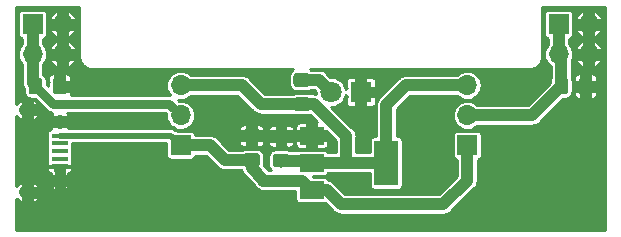
<source format=gbr>
G04 #@! TF.GenerationSoftware,KiCad,Pcbnew,(5.1.4)-1*
G04 #@! TF.CreationDate,2019-09-29T17:47:35+09:00*
G04 #@! TF.ProjectId,project 02 micro usb,70726f6a-6563-4742-9030-32206d696372,2*
G04 #@! TF.SameCoordinates,Original*
G04 #@! TF.FileFunction,Copper,L1,Top*
G04 #@! TF.FilePolarity,Positive*
%FSLAX46Y46*%
G04 Gerber Fmt 4.6, Leading zero omitted, Abs format (unit mm)*
G04 Created by KiCad (PCBNEW (5.1.4)-1) date 2019-09-29 17:47:35*
%MOMM*%
%LPD*%
G04 APERTURE LIST*
%ADD10C,0.100000*%
%ADD11C,1.150000*%
%ADD12R,1.800000X1.800000*%
%ADD13C,1.800000*%
%ADD14O,1.700000X1.700000*%
%ADD15R,1.700000X1.700000*%
%ADD16R,2.000000X3.800000*%
%ADD17R,2.000000X1.500000*%
%ADD18R,1.350000X0.400000*%
%ADD19O,0.950000X1.250000*%
%ADD20O,1.550000X1.000000*%
%ADD21C,1.000000*%
%ADD22C,0.500000*%
%ADD23C,0.800000*%
%ADD24C,0.254000*%
G04 APERTURE END LIST*
D10*
G36*
X125474505Y-42426204D02*
G01*
X125498773Y-42429804D01*
X125522572Y-42435765D01*
X125545671Y-42444030D01*
X125567850Y-42454520D01*
X125588893Y-42467132D01*
X125608599Y-42481747D01*
X125626777Y-42498223D01*
X125643253Y-42516401D01*
X125657868Y-42536107D01*
X125670480Y-42557150D01*
X125680970Y-42579329D01*
X125689235Y-42602428D01*
X125695196Y-42626227D01*
X125698796Y-42650495D01*
X125700000Y-42674999D01*
X125700000Y-43325001D01*
X125698796Y-43349505D01*
X125695196Y-43373773D01*
X125689235Y-43397572D01*
X125680970Y-43420671D01*
X125670480Y-43442850D01*
X125657868Y-43463893D01*
X125643253Y-43483599D01*
X125626777Y-43501777D01*
X125608599Y-43518253D01*
X125588893Y-43532868D01*
X125567850Y-43545480D01*
X125545671Y-43555970D01*
X125522572Y-43564235D01*
X125498773Y-43570196D01*
X125474505Y-43573796D01*
X125450001Y-43575000D01*
X124549999Y-43575000D01*
X124525495Y-43573796D01*
X124501227Y-43570196D01*
X124477428Y-43564235D01*
X124454329Y-43555970D01*
X124432150Y-43545480D01*
X124411107Y-43532868D01*
X124391401Y-43518253D01*
X124373223Y-43501777D01*
X124356747Y-43483599D01*
X124342132Y-43463893D01*
X124329520Y-43442850D01*
X124319030Y-43420671D01*
X124310765Y-43397572D01*
X124304804Y-43373773D01*
X124301204Y-43349505D01*
X124300000Y-43325001D01*
X124300000Y-42674999D01*
X124301204Y-42650495D01*
X124304804Y-42626227D01*
X124310765Y-42602428D01*
X124319030Y-42579329D01*
X124329520Y-42557150D01*
X124342132Y-42536107D01*
X124356747Y-42516401D01*
X124373223Y-42498223D01*
X124391401Y-42481747D01*
X124411107Y-42467132D01*
X124432150Y-42454520D01*
X124454329Y-42444030D01*
X124477428Y-42435765D01*
X124501227Y-42429804D01*
X124525495Y-42426204D01*
X124549999Y-42425000D01*
X125450001Y-42425000D01*
X125474505Y-42426204D01*
X125474505Y-42426204D01*
G37*
D11*
X125000000Y-43000000D03*
D10*
G36*
X125474505Y-40376204D02*
G01*
X125498773Y-40379804D01*
X125522572Y-40385765D01*
X125545671Y-40394030D01*
X125567850Y-40404520D01*
X125588893Y-40417132D01*
X125608599Y-40431747D01*
X125626777Y-40448223D01*
X125643253Y-40466401D01*
X125657868Y-40486107D01*
X125670480Y-40507150D01*
X125680970Y-40529329D01*
X125689235Y-40552428D01*
X125695196Y-40576227D01*
X125698796Y-40600495D01*
X125700000Y-40624999D01*
X125700000Y-41275001D01*
X125698796Y-41299505D01*
X125695196Y-41323773D01*
X125689235Y-41347572D01*
X125680970Y-41370671D01*
X125670480Y-41392850D01*
X125657868Y-41413893D01*
X125643253Y-41433599D01*
X125626777Y-41451777D01*
X125608599Y-41468253D01*
X125588893Y-41482868D01*
X125567850Y-41495480D01*
X125545671Y-41505970D01*
X125522572Y-41514235D01*
X125498773Y-41520196D01*
X125474505Y-41523796D01*
X125450001Y-41525000D01*
X124549999Y-41525000D01*
X124525495Y-41523796D01*
X124501227Y-41520196D01*
X124477428Y-41514235D01*
X124454329Y-41505970D01*
X124432150Y-41495480D01*
X124411107Y-41482868D01*
X124391401Y-41468253D01*
X124373223Y-41451777D01*
X124356747Y-41433599D01*
X124342132Y-41413893D01*
X124329520Y-41392850D01*
X124319030Y-41370671D01*
X124310765Y-41347572D01*
X124304804Y-41323773D01*
X124301204Y-41299505D01*
X124300000Y-41275001D01*
X124300000Y-40624999D01*
X124301204Y-40600495D01*
X124304804Y-40576227D01*
X124310765Y-40552428D01*
X124319030Y-40529329D01*
X124329520Y-40507150D01*
X124342132Y-40486107D01*
X124356747Y-40466401D01*
X124373223Y-40448223D01*
X124391401Y-40431747D01*
X124411107Y-40417132D01*
X124432150Y-40404520D01*
X124454329Y-40394030D01*
X124477428Y-40385765D01*
X124501227Y-40379804D01*
X124525495Y-40376204D01*
X124549999Y-40375000D01*
X125450001Y-40375000D01*
X125474505Y-40376204D01*
X125474505Y-40376204D01*
G37*
D11*
X125000000Y-40950000D03*
D10*
G36*
X151574505Y-36051204D02*
G01*
X151598773Y-36054804D01*
X151622572Y-36060765D01*
X151645671Y-36069030D01*
X151667850Y-36079520D01*
X151688893Y-36092132D01*
X151708599Y-36106747D01*
X151726777Y-36123223D01*
X151743253Y-36141401D01*
X151757868Y-36161107D01*
X151770480Y-36182150D01*
X151780970Y-36204329D01*
X151789235Y-36227428D01*
X151795196Y-36251227D01*
X151798796Y-36275495D01*
X151800000Y-36299999D01*
X151800000Y-37200001D01*
X151798796Y-37224505D01*
X151795196Y-37248773D01*
X151789235Y-37272572D01*
X151780970Y-37295671D01*
X151770480Y-37317850D01*
X151757868Y-37338893D01*
X151743253Y-37358599D01*
X151726777Y-37376777D01*
X151708599Y-37393253D01*
X151688893Y-37407868D01*
X151667850Y-37420480D01*
X151645671Y-37430970D01*
X151622572Y-37439235D01*
X151598773Y-37445196D01*
X151574505Y-37448796D01*
X151550001Y-37450000D01*
X150899999Y-37450000D01*
X150875495Y-37448796D01*
X150851227Y-37445196D01*
X150827428Y-37439235D01*
X150804329Y-37430970D01*
X150782150Y-37420480D01*
X150761107Y-37407868D01*
X150741401Y-37393253D01*
X150723223Y-37376777D01*
X150706747Y-37358599D01*
X150692132Y-37338893D01*
X150679520Y-37317850D01*
X150669030Y-37295671D01*
X150660765Y-37272572D01*
X150654804Y-37248773D01*
X150651204Y-37224505D01*
X150650000Y-37200001D01*
X150650000Y-36299999D01*
X150651204Y-36275495D01*
X150654804Y-36251227D01*
X150660765Y-36227428D01*
X150669030Y-36204329D01*
X150679520Y-36182150D01*
X150692132Y-36161107D01*
X150706747Y-36141401D01*
X150723223Y-36123223D01*
X150741401Y-36106747D01*
X150761107Y-36092132D01*
X150782150Y-36079520D01*
X150804329Y-36069030D01*
X150827428Y-36060765D01*
X150851227Y-36054804D01*
X150875495Y-36051204D01*
X150899999Y-36050000D01*
X151550001Y-36050000D01*
X151574505Y-36051204D01*
X151574505Y-36051204D01*
G37*
D11*
X151225000Y-36750000D03*
D10*
G36*
X153624505Y-36051204D02*
G01*
X153648773Y-36054804D01*
X153672572Y-36060765D01*
X153695671Y-36069030D01*
X153717850Y-36079520D01*
X153738893Y-36092132D01*
X153758599Y-36106747D01*
X153776777Y-36123223D01*
X153793253Y-36141401D01*
X153807868Y-36161107D01*
X153820480Y-36182150D01*
X153830970Y-36204329D01*
X153839235Y-36227428D01*
X153845196Y-36251227D01*
X153848796Y-36275495D01*
X153850000Y-36299999D01*
X153850000Y-37200001D01*
X153848796Y-37224505D01*
X153845196Y-37248773D01*
X153839235Y-37272572D01*
X153830970Y-37295671D01*
X153820480Y-37317850D01*
X153807868Y-37338893D01*
X153793253Y-37358599D01*
X153776777Y-37376777D01*
X153758599Y-37393253D01*
X153738893Y-37407868D01*
X153717850Y-37420480D01*
X153695671Y-37430970D01*
X153672572Y-37439235D01*
X153648773Y-37445196D01*
X153624505Y-37448796D01*
X153600001Y-37450000D01*
X152949999Y-37450000D01*
X152925495Y-37448796D01*
X152901227Y-37445196D01*
X152877428Y-37439235D01*
X152854329Y-37430970D01*
X152832150Y-37420480D01*
X152811107Y-37407868D01*
X152791401Y-37393253D01*
X152773223Y-37376777D01*
X152756747Y-37358599D01*
X152742132Y-37338893D01*
X152729520Y-37317850D01*
X152719030Y-37295671D01*
X152710765Y-37272572D01*
X152704804Y-37248773D01*
X152701204Y-37224505D01*
X152700000Y-37200001D01*
X152700000Y-36299999D01*
X152701204Y-36275495D01*
X152704804Y-36251227D01*
X152710765Y-36227428D01*
X152719030Y-36204329D01*
X152729520Y-36182150D01*
X152742132Y-36161107D01*
X152756747Y-36141401D01*
X152773223Y-36123223D01*
X152791401Y-36106747D01*
X152811107Y-36092132D01*
X152832150Y-36079520D01*
X152854329Y-36069030D01*
X152877428Y-36060765D01*
X152901227Y-36054804D01*
X152925495Y-36051204D01*
X152949999Y-36050000D01*
X153600001Y-36050000D01*
X153624505Y-36051204D01*
X153624505Y-36051204D01*
G37*
D11*
X153275000Y-36750000D03*
D10*
G36*
X127974505Y-40426204D02*
G01*
X127998773Y-40429804D01*
X128022572Y-40435765D01*
X128045671Y-40444030D01*
X128067850Y-40454520D01*
X128088893Y-40467132D01*
X128108599Y-40481747D01*
X128126777Y-40498223D01*
X128143253Y-40516401D01*
X128157868Y-40536107D01*
X128170480Y-40557150D01*
X128180970Y-40579329D01*
X128189235Y-40602428D01*
X128195196Y-40626227D01*
X128198796Y-40650495D01*
X128200000Y-40674999D01*
X128200000Y-41325001D01*
X128198796Y-41349505D01*
X128195196Y-41373773D01*
X128189235Y-41397572D01*
X128180970Y-41420671D01*
X128170480Y-41442850D01*
X128157868Y-41463893D01*
X128143253Y-41483599D01*
X128126777Y-41501777D01*
X128108599Y-41518253D01*
X128088893Y-41532868D01*
X128067850Y-41545480D01*
X128045671Y-41555970D01*
X128022572Y-41564235D01*
X127998773Y-41570196D01*
X127974505Y-41573796D01*
X127950001Y-41575000D01*
X127049999Y-41575000D01*
X127025495Y-41573796D01*
X127001227Y-41570196D01*
X126977428Y-41564235D01*
X126954329Y-41555970D01*
X126932150Y-41545480D01*
X126911107Y-41532868D01*
X126891401Y-41518253D01*
X126873223Y-41501777D01*
X126856747Y-41483599D01*
X126842132Y-41463893D01*
X126829520Y-41442850D01*
X126819030Y-41420671D01*
X126810765Y-41397572D01*
X126804804Y-41373773D01*
X126801204Y-41349505D01*
X126800000Y-41325001D01*
X126800000Y-40674999D01*
X126801204Y-40650495D01*
X126804804Y-40626227D01*
X126810765Y-40602428D01*
X126819030Y-40579329D01*
X126829520Y-40557150D01*
X126842132Y-40536107D01*
X126856747Y-40516401D01*
X126873223Y-40498223D01*
X126891401Y-40481747D01*
X126911107Y-40467132D01*
X126932150Y-40454520D01*
X126954329Y-40444030D01*
X126977428Y-40435765D01*
X127001227Y-40429804D01*
X127025495Y-40426204D01*
X127049999Y-40425000D01*
X127950001Y-40425000D01*
X127974505Y-40426204D01*
X127974505Y-40426204D01*
G37*
D11*
X127500000Y-41000000D03*
D10*
G36*
X127974505Y-42476204D02*
G01*
X127998773Y-42479804D01*
X128022572Y-42485765D01*
X128045671Y-42494030D01*
X128067850Y-42504520D01*
X128088893Y-42517132D01*
X128108599Y-42531747D01*
X128126777Y-42548223D01*
X128143253Y-42566401D01*
X128157868Y-42586107D01*
X128170480Y-42607150D01*
X128180970Y-42629329D01*
X128189235Y-42652428D01*
X128195196Y-42676227D01*
X128198796Y-42700495D01*
X128200000Y-42724999D01*
X128200000Y-43375001D01*
X128198796Y-43399505D01*
X128195196Y-43423773D01*
X128189235Y-43447572D01*
X128180970Y-43470671D01*
X128170480Y-43492850D01*
X128157868Y-43513893D01*
X128143253Y-43533599D01*
X128126777Y-43551777D01*
X128108599Y-43568253D01*
X128088893Y-43582868D01*
X128067850Y-43595480D01*
X128045671Y-43605970D01*
X128022572Y-43614235D01*
X127998773Y-43620196D01*
X127974505Y-43623796D01*
X127950001Y-43625000D01*
X127049999Y-43625000D01*
X127025495Y-43623796D01*
X127001227Y-43620196D01*
X126977428Y-43614235D01*
X126954329Y-43605970D01*
X126932150Y-43595480D01*
X126911107Y-43582868D01*
X126891401Y-43568253D01*
X126873223Y-43551777D01*
X126856747Y-43533599D01*
X126842132Y-43513893D01*
X126829520Y-43492850D01*
X126819030Y-43470671D01*
X126810765Y-43447572D01*
X126804804Y-43423773D01*
X126801204Y-43399505D01*
X126800000Y-43375001D01*
X126800000Y-42724999D01*
X126801204Y-42700495D01*
X126804804Y-42676227D01*
X126810765Y-42652428D01*
X126819030Y-42629329D01*
X126829520Y-42607150D01*
X126842132Y-42586107D01*
X126856747Y-42566401D01*
X126873223Y-42548223D01*
X126891401Y-42531747D01*
X126911107Y-42517132D01*
X126932150Y-42504520D01*
X126954329Y-42494030D01*
X126977428Y-42485765D01*
X127001227Y-42479804D01*
X127025495Y-42476204D01*
X127049999Y-42475000D01*
X127950001Y-42475000D01*
X127974505Y-42476204D01*
X127974505Y-42476204D01*
G37*
D11*
X127500000Y-43050000D03*
D10*
G36*
X109099505Y-36051204D02*
G01*
X109123773Y-36054804D01*
X109147572Y-36060765D01*
X109170671Y-36069030D01*
X109192850Y-36079520D01*
X109213893Y-36092132D01*
X109233599Y-36106747D01*
X109251777Y-36123223D01*
X109268253Y-36141401D01*
X109282868Y-36161107D01*
X109295480Y-36182150D01*
X109305970Y-36204329D01*
X109314235Y-36227428D01*
X109320196Y-36251227D01*
X109323796Y-36275495D01*
X109325000Y-36299999D01*
X109325000Y-37200001D01*
X109323796Y-37224505D01*
X109320196Y-37248773D01*
X109314235Y-37272572D01*
X109305970Y-37295671D01*
X109295480Y-37317850D01*
X109282868Y-37338893D01*
X109268253Y-37358599D01*
X109251777Y-37376777D01*
X109233599Y-37393253D01*
X109213893Y-37407868D01*
X109192850Y-37420480D01*
X109170671Y-37430970D01*
X109147572Y-37439235D01*
X109123773Y-37445196D01*
X109099505Y-37448796D01*
X109075001Y-37450000D01*
X108424999Y-37450000D01*
X108400495Y-37448796D01*
X108376227Y-37445196D01*
X108352428Y-37439235D01*
X108329329Y-37430970D01*
X108307150Y-37420480D01*
X108286107Y-37407868D01*
X108266401Y-37393253D01*
X108248223Y-37376777D01*
X108231747Y-37358599D01*
X108217132Y-37338893D01*
X108204520Y-37317850D01*
X108194030Y-37295671D01*
X108185765Y-37272572D01*
X108179804Y-37248773D01*
X108176204Y-37224505D01*
X108175000Y-37200001D01*
X108175000Y-36299999D01*
X108176204Y-36275495D01*
X108179804Y-36251227D01*
X108185765Y-36227428D01*
X108194030Y-36204329D01*
X108204520Y-36182150D01*
X108217132Y-36161107D01*
X108231747Y-36141401D01*
X108248223Y-36123223D01*
X108266401Y-36106747D01*
X108286107Y-36092132D01*
X108307150Y-36079520D01*
X108329329Y-36069030D01*
X108352428Y-36060765D01*
X108376227Y-36054804D01*
X108400495Y-36051204D01*
X108424999Y-36050000D01*
X109075001Y-36050000D01*
X109099505Y-36051204D01*
X109099505Y-36051204D01*
G37*
D11*
X108750000Y-36750000D03*
D10*
G36*
X107049505Y-36051204D02*
G01*
X107073773Y-36054804D01*
X107097572Y-36060765D01*
X107120671Y-36069030D01*
X107142850Y-36079520D01*
X107163893Y-36092132D01*
X107183599Y-36106747D01*
X107201777Y-36123223D01*
X107218253Y-36141401D01*
X107232868Y-36161107D01*
X107245480Y-36182150D01*
X107255970Y-36204329D01*
X107264235Y-36227428D01*
X107270196Y-36251227D01*
X107273796Y-36275495D01*
X107275000Y-36299999D01*
X107275000Y-37200001D01*
X107273796Y-37224505D01*
X107270196Y-37248773D01*
X107264235Y-37272572D01*
X107255970Y-37295671D01*
X107245480Y-37317850D01*
X107232868Y-37338893D01*
X107218253Y-37358599D01*
X107201777Y-37376777D01*
X107183599Y-37393253D01*
X107163893Y-37407868D01*
X107142850Y-37420480D01*
X107120671Y-37430970D01*
X107097572Y-37439235D01*
X107073773Y-37445196D01*
X107049505Y-37448796D01*
X107025001Y-37450000D01*
X106374999Y-37450000D01*
X106350495Y-37448796D01*
X106326227Y-37445196D01*
X106302428Y-37439235D01*
X106279329Y-37430970D01*
X106257150Y-37420480D01*
X106236107Y-37407868D01*
X106216401Y-37393253D01*
X106198223Y-37376777D01*
X106181747Y-37358599D01*
X106167132Y-37338893D01*
X106154520Y-37317850D01*
X106144030Y-37295671D01*
X106135765Y-37272572D01*
X106129804Y-37248773D01*
X106126204Y-37224505D01*
X106125000Y-37200001D01*
X106125000Y-36299999D01*
X106126204Y-36275495D01*
X106129804Y-36251227D01*
X106135765Y-36227428D01*
X106144030Y-36204329D01*
X106154520Y-36182150D01*
X106167132Y-36161107D01*
X106181747Y-36141401D01*
X106198223Y-36123223D01*
X106216401Y-36106747D01*
X106236107Y-36092132D01*
X106257150Y-36079520D01*
X106279329Y-36069030D01*
X106302428Y-36060765D01*
X106326227Y-36054804D01*
X106350495Y-36051204D01*
X106374999Y-36050000D01*
X107025001Y-36050000D01*
X107049505Y-36051204D01*
X107049505Y-36051204D01*
G37*
D11*
X106700000Y-36750000D03*
D12*
X134250000Y-37250000D03*
D13*
X131710000Y-37250000D03*
D14*
X153540000Y-34040000D03*
X153540000Y-31500000D03*
X151000000Y-34040000D03*
D15*
X151000000Y-31500000D03*
X106460000Y-31500000D03*
D14*
X106460000Y-34040000D03*
X109000000Y-31500000D03*
X109000000Y-34040000D03*
D10*
G36*
X129724505Y-37701204D02*
G01*
X129748773Y-37704804D01*
X129772572Y-37710765D01*
X129795671Y-37719030D01*
X129817850Y-37729520D01*
X129838893Y-37742132D01*
X129858599Y-37756747D01*
X129876777Y-37773223D01*
X129893253Y-37791401D01*
X129907868Y-37811107D01*
X129920480Y-37832150D01*
X129930970Y-37854329D01*
X129939235Y-37877428D01*
X129945196Y-37901227D01*
X129948796Y-37925495D01*
X129950000Y-37949999D01*
X129950000Y-38600001D01*
X129948796Y-38624505D01*
X129945196Y-38648773D01*
X129939235Y-38672572D01*
X129930970Y-38695671D01*
X129920480Y-38717850D01*
X129907868Y-38738893D01*
X129893253Y-38758599D01*
X129876777Y-38776777D01*
X129858599Y-38793253D01*
X129838893Y-38807868D01*
X129817850Y-38820480D01*
X129795671Y-38830970D01*
X129772572Y-38839235D01*
X129748773Y-38845196D01*
X129724505Y-38848796D01*
X129700001Y-38850000D01*
X128799999Y-38850000D01*
X128775495Y-38848796D01*
X128751227Y-38845196D01*
X128727428Y-38839235D01*
X128704329Y-38830970D01*
X128682150Y-38820480D01*
X128661107Y-38807868D01*
X128641401Y-38793253D01*
X128623223Y-38776777D01*
X128606747Y-38758599D01*
X128592132Y-38738893D01*
X128579520Y-38717850D01*
X128569030Y-38695671D01*
X128560765Y-38672572D01*
X128554804Y-38648773D01*
X128551204Y-38624505D01*
X128550000Y-38600001D01*
X128550000Y-37949999D01*
X128551204Y-37925495D01*
X128554804Y-37901227D01*
X128560765Y-37877428D01*
X128569030Y-37854329D01*
X128579520Y-37832150D01*
X128592132Y-37811107D01*
X128606747Y-37791401D01*
X128623223Y-37773223D01*
X128641401Y-37756747D01*
X128661107Y-37742132D01*
X128682150Y-37729520D01*
X128704329Y-37719030D01*
X128727428Y-37710765D01*
X128751227Y-37704804D01*
X128775495Y-37701204D01*
X128799999Y-37700000D01*
X129700001Y-37700000D01*
X129724505Y-37701204D01*
X129724505Y-37701204D01*
G37*
D11*
X129250000Y-38275000D03*
D10*
G36*
X129724505Y-35651204D02*
G01*
X129748773Y-35654804D01*
X129772572Y-35660765D01*
X129795671Y-35669030D01*
X129817850Y-35679520D01*
X129838893Y-35692132D01*
X129858599Y-35706747D01*
X129876777Y-35723223D01*
X129893253Y-35741401D01*
X129907868Y-35761107D01*
X129920480Y-35782150D01*
X129930970Y-35804329D01*
X129939235Y-35827428D01*
X129945196Y-35851227D01*
X129948796Y-35875495D01*
X129950000Y-35899999D01*
X129950000Y-36550001D01*
X129948796Y-36574505D01*
X129945196Y-36598773D01*
X129939235Y-36622572D01*
X129930970Y-36645671D01*
X129920480Y-36667850D01*
X129907868Y-36688893D01*
X129893253Y-36708599D01*
X129876777Y-36726777D01*
X129858599Y-36743253D01*
X129838893Y-36757868D01*
X129817850Y-36770480D01*
X129795671Y-36780970D01*
X129772572Y-36789235D01*
X129748773Y-36795196D01*
X129724505Y-36798796D01*
X129700001Y-36800000D01*
X128799999Y-36800000D01*
X128775495Y-36798796D01*
X128751227Y-36795196D01*
X128727428Y-36789235D01*
X128704329Y-36780970D01*
X128682150Y-36770480D01*
X128661107Y-36757868D01*
X128641401Y-36743253D01*
X128623223Y-36726777D01*
X128606747Y-36708599D01*
X128592132Y-36688893D01*
X128579520Y-36667850D01*
X128569030Y-36645671D01*
X128560765Y-36622572D01*
X128554804Y-36598773D01*
X128551204Y-36574505D01*
X128550000Y-36550001D01*
X128550000Y-35899999D01*
X128551204Y-35875495D01*
X128554804Y-35851227D01*
X128560765Y-35827428D01*
X128569030Y-35804329D01*
X128579520Y-35782150D01*
X128592132Y-35761107D01*
X128606747Y-35741401D01*
X128623223Y-35723223D01*
X128641401Y-35706747D01*
X128661107Y-35692132D01*
X128682150Y-35679520D01*
X128704329Y-35669030D01*
X128727428Y-35660765D01*
X128751227Y-35654804D01*
X128775495Y-35651204D01*
X128799999Y-35650000D01*
X129700001Y-35650000D01*
X129724505Y-35651204D01*
X129724505Y-35651204D01*
G37*
D11*
X129250000Y-36225000D03*
D16*
X136400000Y-43250000D03*
D17*
X130100000Y-43250000D03*
X130100000Y-45550000D03*
X130100000Y-40950000D03*
D18*
X108750000Y-42250000D03*
X108750000Y-42900000D03*
X108750000Y-43550000D03*
X108750000Y-41600000D03*
X108750000Y-40950000D03*
D19*
X108750000Y-44750000D03*
X108750000Y-39750000D03*
D20*
X106050000Y-38750000D03*
X106050000Y-45750000D03*
D15*
X143250000Y-41750000D03*
D14*
X143250000Y-39210000D03*
X143250000Y-36670000D03*
X119000000Y-36670000D03*
X119000000Y-39210000D03*
D15*
X119000000Y-41750000D03*
D21*
X125000000Y-40950000D02*
X130100000Y-40950000D01*
X130685000Y-36225000D02*
X131710000Y-37250000D01*
X129250000Y-36225000D02*
X130685000Y-36225000D01*
D22*
X118200000Y-40950000D02*
X119000000Y-41750000D01*
X108750000Y-40950000D02*
X118200000Y-40950000D01*
D21*
X119000000Y-41750000D02*
X121500000Y-41750000D01*
X121500000Y-41750000D02*
X122750000Y-43000000D01*
X122750000Y-43000000D02*
X125000000Y-43000000D01*
X129300000Y-44750000D02*
X130100000Y-45550000D01*
X125000000Y-43000000D02*
X125000000Y-43675000D01*
X125000000Y-43675000D02*
X126000000Y-44675000D01*
X126000000Y-44675000D02*
X126000000Y-44750000D01*
X126000000Y-44750000D02*
X129300000Y-44750000D01*
X131350000Y-45550000D02*
X132550000Y-46750000D01*
X141250000Y-46750000D02*
X143250000Y-44750000D01*
X143250000Y-44750000D02*
X143250000Y-41750000D01*
X132550000Y-46750000D02*
X141250000Y-46750000D01*
X130100000Y-45550000D02*
X131350000Y-45550000D01*
X151225000Y-34265000D02*
X151000000Y-34040000D01*
X151225000Y-36750000D02*
X151225000Y-34265000D01*
X151000000Y-32600000D02*
X151000000Y-34040000D01*
X151000000Y-31500000D02*
X151000000Y-32600000D01*
X148765000Y-39210000D02*
X151225000Y-36750000D01*
X143250000Y-39210000D02*
X148765000Y-39210000D01*
X135150000Y-43250000D02*
X136400000Y-43250000D01*
X130100000Y-43250000D02*
X131350000Y-43250000D01*
X129900000Y-43050000D02*
X130100000Y-43250000D01*
X127500000Y-43050000D02*
X129900000Y-43050000D01*
X133000000Y-43250000D02*
X136400000Y-43250000D01*
X131350000Y-43250000D02*
X133000000Y-43250000D01*
X119000000Y-36670000D02*
X124170000Y-36670000D01*
X125775000Y-38275000D02*
X129250000Y-38275000D01*
X124170000Y-36670000D02*
X125775000Y-38275000D01*
X133000000Y-41225000D02*
X133000000Y-43250000D01*
X133000000Y-40987500D02*
X133000000Y-41462500D01*
X129250000Y-38275000D02*
X130050000Y-38275000D01*
X143250000Y-36670000D02*
X138080000Y-36670000D01*
X138080000Y-36670000D02*
X136400000Y-38350000D01*
X136400000Y-38350000D02*
X136400000Y-43250000D01*
X132962500Y-40987500D02*
X133000000Y-40987500D01*
X130250000Y-38275000D02*
X132962500Y-40987500D01*
X129275000Y-38250000D02*
X130225000Y-38250000D01*
X129250000Y-38275000D02*
X129275000Y-38250000D01*
X106460000Y-31500000D02*
X106460000Y-34040000D01*
X106460000Y-34040000D02*
X106460000Y-36510000D01*
X106460000Y-36510000D02*
X106700000Y-36750000D01*
D23*
X108200000Y-38250000D02*
X118040000Y-38250000D01*
X106700000Y-36750000D02*
X108200000Y-38250000D01*
X118040000Y-38250000D02*
X119000000Y-39210000D01*
D24*
G36*
X110419001Y-34278540D02*
G01*
X110421424Y-34303141D01*
X110421403Y-34306148D01*
X110422195Y-34314221D01*
X110427290Y-34362698D01*
X110427408Y-34363896D01*
X110427420Y-34363936D01*
X110432395Y-34411270D01*
X110442986Y-34462867D01*
X110452851Y-34514579D01*
X110455195Y-34522345D01*
X110484051Y-34615564D01*
X110504457Y-34664107D01*
X110524185Y-34712935D01*
X110527994Y-34720098D01*
X110574406Y-34805936D01*
X110603880Y-34849632D01*
X110632687Y-34893653D01*
X110637810Y-34899935D01*
X110637814Y-34899941D01*
X110637819Y-34899946D01*
X110700015Y-34975129D01*
X110737365Y-35012219D01*
X110774220Y-35049854D01*
X110780470Y-35055025D01*
X110856091Y-35116701D01*
X110899961Y-35145848D01*
X110943408Y-35175596D01*
X110950544Y-35179455D01*
X111036705Y-35225267D01*
X111085409Y-35245341D01*
X111133786Y-35266076D01*
X111141536Y-35268475D01*
X111141540Y-35268477D01*
X111141545Y-35268478D01*
X111234953Y-35296680D01*
X111286617Y-35306910D01*
X111338122Y-35317857D01*
X111346179Y-35318704D01*
X111346185Y-35318705D01*
X111346190Y-35318705D01*
X111443047Y-35328201D01*
X111471460Y-35331000D01*
X128528503Y-35331000D01*
X128448411Y-35373810D01*
X128352512Y-35452512D01*
X128273810Y-35548411D01*
X128215329Y-35657821D01*
X128179317Y-35776538D01*
X128167157Y-35899999D01*
X128167157Y-36550001D01*
X128179317Y-36673462D01*
X128215329Y-36792179D01*
X128273810Y-36901589D01*
X128352512Y-36997488D01*
X128448411Y-37076190D01*
X128557821Y-37134671D01*
X128676538Y-37170683D01*
X128799999Y-37182843D01*
X129700001Y-37182843D01*
X129823462Y-37170683D01*
X129942179Y-37134671D01*
X129995819Y-37106000D01*
X130320079Y-37106000D01*
X130429000Y-37214921D01*
X130429000Y-37376167D01*
X130432191Y-37392209D01*
X130397706Y-37381748D01*
X130268273Y-37369000D01*
X129949047Y-37369000D01*
X129942179Y-37365329D01*
X129823462Y-37329317D01*
X129700001Y-37317157D01*
X128799999Y-37317157D01*
X128676538Y-37329317D01*
X128557821Y-37365329D01*
X128504181Y-37394000D01*
X126139922Y-37394000D01*
X124823566Y-36077645D01*
X124795975Y-36044025D01*
X124661825Y-35933932D01*
X124508775Y-35852125D01*
X124342706Y-35801748D01*
X124213273Y-35789000D01*
X124213270Y-35789000D01*
X124170000Y-35784738D01*
X124126730Y-35789000D01*
X119866935Y-35789000D01*
X119687216Y-35641509D01*
X119473363Y-35527202D01*
X119241318Y-35456812D01*
X119060472Y-35439000D01*
X118939528Y-35439000D01*
X118758682Y-35456812D01*
X118526637Y-35527202D01*
X118312784Y-35641509D01*
X118125340Y-35795340D01*
X117971509Y-35982784D01*
X117857202Y-36196637D01*
X117786812Y-36428682D01*
X117763044Y-36670000D01*
X117786812Y-36911318D01*
X117857202Y-37143363D01*
X117971509Y-37357216D01*
X118061919Y-37467381D01*
X118040000Y-37465222D01*
X118001643Y-37469000D01*
X109705972Y-37469000D01*
X109707843Y-37450000D01*
X109706000Y-37218250D01*
X109610750Y-37123000D01*
X109123000Y-37123000D01*
X109123000Y-37143000D01*
X108377000Y-37143000D01*
X108377000Y-37123000D01*
X108357000Y-37123000D01*
X108357000Y-36377000D01*
X108377000Y-36377000D01*
X108377000Y-35764250D01*
X109123000Y-35764250D01*
X109123000Y-36377000D01*
X109610750Y-36377000D01*
X109706000Y-36281750D01*
X109707843Y-36050000D01*
X109700487Y-35975311D01*
X109678701Y-35903492D01*
X109643322Y-35837304D01*
X109595711Y-35779289D01*
X109537696Y-35731678D01*
X109471508Y-35696299D01*
X109399689Y-35674513D01*
X109325000Y-35667157D01*
X109218250Y-35669000D01*
X109123000Y-35764250D01*
X108377000Y-35764250D01*
X108281750Y-35669000D01*
X108175000Y-35667157D01*
X108100311Y-35674513D01*
X108028492Y-35696299D01*
X107962304Y-35731678D01*
X107904289Y-35779289D01*
X107856678Y-35837304D01*
X107821299Y-35903492D01*
X107799513Y-35975311D01*
X107792157Y-36050000D01*
X107794000Y-36281750D01*
X107889248Y-36376998D01*
X107794000Y-36376998D01*
X107794000Y-36739500D01*
X107657843Y-36603343D01*
X107657843Y-36299999D01*
X107645683Y-36176538D01*
X107609671Y-36057821D01*
X107551190Y-35948411D01*
X107472488Y-35852512D01*
X107376589Y-35773810D01*
X107341000Y-35754787D01*
X107341000Y-34906935D01*
X107488491Y-34727216D01*
X107560804Y-34591928D01*
X107899646Y-34591928D01*
X108028465Y-34795991D01*
X108194619Y-34971002D01*
X108391724Y-35110235D01*
X108448074Y-35140336D01*
X108627000Y-35112753D01*
X108627000Y-34413000D01*
X109373000Y-34413000D01*
X109373000Y-35112753D01*
X109551926Y-35140336D01*
X109608276Y-35110235D01*
X109805381Y-34971002D01*
X109971535Y-34795991D01*
X110100354Y-34591928D01*
X110077897Y-34413000D01*
X109373000Y-34413000D01*
X108627000Y-34413000D01*
X107922103Y-34413000D01*
X107899646Y-34591928D01*
X107560804Y-34591928D01*
X107602798Y-34513363D01*
X107673188Y-34281318D01*
X107696956Y-34040000D01*
X107673188Y-33798682D01*
X107602798Y-33566637D01*
X107560805Y-33488072D01*
X107899646Y-33488072D01*
X107922103Y-33667000D01*
X108627000Y-33667000D01*
X108627000Y-32967247D01*
X109373000Y-32967247D01*
X109373000Y-33667000D01*
X110077897Y-33667000D01*
X110100354Y-33488072D01*
X109971535Y-33284009D01*
X109805381Y-33108998D01*
X109608276Y-32969765D01*
X109551926Y-32939664D01*
X109373000Y-32967247D01*
X108627000Y-32967247D01*
X108448074Y-32939664D01*
X108391724Y-32969765D01*
X108194619Y-33108998D01*
X108028465Y-33284009D01*
X107899646Y-33488072D01*
X107560805Y-33488072D01*
X107488491Y-33352784D01*
X107341000Y-33173065D01*
X107341000Y-32729790D01*
X107384689Y-32725487D01*
X107456508Y-32703701D01*
X107522696Y-32668322D01*
X107580711Y-32620711D01*
X107628322Y-32562696D01*
X107663701Y-32496508D01*
X107685487Y-32424689D01*
X107692843Y-32350000D01*
X107692843Y-32051928D01*
X107899646Y-32051928D01*
X108028465Y-32255991D01*
X108194619Y-32431002D01*
X108391724Y-32570235D01*
X108448074Y-32600336D01*
X108627000Y-32572753D01*
X108627000Y-31873000D01*
X109373000Y-31873000D01*
X109373000Y-32572753D01*
X109551926Y-32600336D01*
X109608276Y-32570235D01*
X109805381Y-32431002D01*
X109971535Y-32255991D01*
X110100354Y-32051928D01*
X110077897Y-31873000D01*
X109373000Y-31873000D01*
X108627000Y-31873000D01*
X107922103Y-31873000D01*
X107899646Y-32051928D01*
X107692843Y-32051928D01*
X107692843Y-30948072D01*
X107899646Y-30948072D01*
X107922103Y-31127000D01*
X108627000Y-31127000D01*
X108627000Y-30427247D01*
X109373000Y-30427247D01*
X109373000Y-31127000D01*
X110077897Y-31127000D01*
X110100354Y-30948072D01*
X109971535Y-30744009D01*
X109805381Y-30568998D01*
X109608276Y-30429765D01*
X109551926Y-30399664D01*
X109373000Y-30427247D01*
X108627000Y-30427247D01*
X108448074Y-30399664D01*
X108391724Y-30429765D01*
X108194619Y-30568998D01*
X108028465Y-30744009D01*
X107899646Y-30948072D01*
X107692843Y-30948072D01*
X107692843Y-30650000D01*
X107685487Y-30575311D01*
X107663701Y-30503492D01*
X107628322Y-30437304D01*
X107580711Y-30379289D01*
X107522696Y-30331678D01*
X107456508Y-30296299D01*
X107384689Y-30274513D01*
X107310000Y-30267157D01*
X105610000Y-30267157D01*
X105535311Y-30274513D01*
X105463492Y-30296299D01*
X105397304Y-30331678D01*
X105339289Y-30379289D01*
X105291678Y-30437304D01*
X105256299Y-30503492D01*
X105234513Y-30575311D01*
X105227157Y-30650000D01*
X105227157Y-32350000D01*
X105234513Y-32424689D01*
X105256299Y-32496508D01*
X105291678Y-32562696D01*
X105339289Y-32620711D01*
X105397304Y-32668322D01*
X105463492Y-32703701D01*
X105535311Y-32725487D01*
X105579000Y-32729790D01*
X105579001Y-33173065D01*
X105431509Y-33352784D01*
X105317202Y-33566637D01*
X105246812Y-33798682D01*
X105223044Y-34040000D01*
X105246812Y-34281318D01*
X105317202Y-34513363D01*
X105431509Y-34727216D01*
X105579000Y-34906935D01*
X105579001Y-36466720D01*
X105574738Y-36510000D01*
X105591749Y-36682705D01*
X105642125Y-36848774D01*
X105723932Y-37001825D01*
X105742157Y-37024032D01*
X105742157Y-37200001D01*
X105754317Y-37323462D01*
X105790329Y-37442179D01*
X105848810Y-37551589D01*
X105927512Y-37647488D01*
X106023411Y-37726190D01*
X106132821Y-37784671D01*
X106251538Y-37820683D01*
X106374999Y-37832843D01*
X106678343Y-37832843D01*
X107620624Y-38775125D01*
X107645078Y-38804922D01*
X107674873Y-38829374D01*
X107764000Y-38902519D01*
X107812718Y-38928559D01*
X107899678Y-38975040D01*
X108046897Y-39019699D01*
X108143696Y-39029233D01*
X108071033Y-39111824D01*
X107988841Y-39253664D01*
X108039283Y-39377000D01*
X108402000Y-39377000D01*
X108402000Y-39357000D01*
X109098000Y-39357000D01*
X109098000Y-39377000D01*
X109460717Y-39377000D01*
X109511159Y-39253664D01*
X109428967Y-39111824D01*
X109357859Y-39031000D01*
X117716500Y-39031000D01*
X117774920Y-39089420D01*
X117763044Y-39210000D01*
X117786812Y-39451318D01*
X117857202Y-39683363D01*
X117971509Y-39897216D01*
X118125340Y-40084660D01*
X118312784Y-40238491D01*
X118526637Y-40352798D01*
X118758682Y-40423188D01*
X118939528Y-40441000D01*
X119060472Y-40441000D01*
X119241318Y-40423188D01*
X119400172Y-40375000D01*
X123917157Y-40375000D01*
X123919000Y-40481750D01*
X124014250Y-40577000D01*
X124627000Y-40577000D01*
X124627000Y-40089250D01*
X125373000Y-40089250D01*
X125373000Y-40577000D01*
X125985750Y-40577000D01*
X126081000Y-40481750D01*
X126081979Y-40425000D01*
X126417157Y-40425000D01*
X126419000Y-40531750D01*
X126514250Y-40627000D01*
X127127000Y-40627000D01*
X127127000Y-40139250D01*
X127873000Y-40139250D01*
X127873000Y-40627000D01*
X128485750Y-40627000D01*
X128581000Y-40531750D01*
X128582843Y-40425000D01*
X128575487Y-40350311D01*
X128553701Y-40278492D01*
X128518322Y-40212304D01*
X128508225Y-40200000D01*
X128717157Y-40200000D01*
X128719000Y-40481750D01*
X128814250Y-40577000D01*
X129727000Y-40577000D01*
X129727000Y-39914250D01*
X129631750Y-39819000D01*
X129100000Y-39817157D01*
X129025311Y-39824513D01*
X128953492Y-39846299D01*
X128887304Y-39881678D01*
X128829289Y-39929289D01*
X128781678Y-39987304D01*
X128746299Y-40053492D01*
X128724513Y-40125311D01*
X128717157Y-40200000D01*
X128508225Y-40200000D01*
X128470711Y-40154289D01*
X128412696Y-40106678D01*
X128346508Y-40071299D01*
X128274689Y-40049513D01*
X128200000Y-40042157D01*
X127968250Y-40044000D01*
X127873000Y-40139250D01*
X127127000Y-40139250D01*
X127031750Y-40044000D01*
X126800000Y-40042157D01*
X126725311Y-40049513D01*
X126653492Y-40071299D01*
X126587304Y-40106678D01*
X126529289Y-40154289D01*
X126481678Y-40212304D01*
X126446299Y-40278492D01*
X126424513Y-40350311D01*
X126417157Y-40425000D01*
X126081979Y-40425000D01*
X126082843Y-40375000D01*
X126075487Y-40300311D01*
X126053701Y-40228492D01*
X126018322Y-40162304D01*
X125970711Y-40104289D01*
X125912696Y-40056678D01*
X125846508Y-40021299D01*
X125774689Y-39999513D01*
X125700000Y-39992157D01*
X125468250Y-39994000D01*
X125373000Y-40089250D01*
X124627000Y-40089250D01*
X124531750Y-39994000D01*
X124300000Y-39992157D01*
X124225311Y-39999513D01*
X124153492Y-40021299D01*
X124087304Y-40056678D01*
X124029289Y-40104289D01*
X123981678Y-40162304D01*
X123946299Y-40228492D01*
X123924513Y-40300311D01*
X123917157Y-40375000D01*
X119400172Y-40375000D01*
X119473363Y-40352798D01*
X119687216Y-40238491D01*
X119874660Y-40084660D01*
X120028491Y-39897216D01*
X120142798Y-39683363D01*
X120213188Y-39451318D01*
X120236956Y-39210000D01*
X120213188Y-38968682D01*
X120142798Y-38736637D01*
X120028491Y-38522784D01*
X119874660Y-38335340D01*
X119687216Y-38181509D01*
X119473363Y-38067202D01*
X119241318Y-37996812D01*
X119060472Y-37979000D01*
X118939528Y-37979000D01*
X118879420Y-37984920D01*
X118779764Y-37885264D01*
X118939528Y-37901000D01*
X119060472Y-37901000D01*
X119241318Y-37883188D01*
X119473363Y-37812798D01*
X119687216Y-37698491D01*
X119866935Y-37551000D01*
X123805079Y-37551000D01*
X125121439Y-38867361D01*
X125149025Y-38900975D01*
X125182637Y-38928559D01*
X125283174Y-39011068D01*
X125368915Y-39056897D01*
X125436225Y-39092875D01*
X125602294Y-39143252D01*
X125731727Y-39156000D01*
X125731730Y-39156000D01*
X125775000Y-39160262D01*
X125818270Y-39156000D01*
X128504181Y-39156000D01*
X128557821Y-39184671D01*
X128676538Y-39220683D01*
X128799999Y-39232843D01*
X129700001Y-39232843D01*
X129823462Y-39220683D01*
X129920367Y-39191288D01*
X130558164Y-39829086D01*
X130473000Y-39914250D01*
X130473000Y-40577000D01*
X131306078Y-40577000D01*
X132119000Y-41389922D01*
X132119001Y-42369000D01*
X131458405Y-42369000D01*
X131453701Y-42353492D01*
X131418322Y-42287304D01*
X131370711Y-42229289D01*
X131312696Y-42181678D01*
X131246508Y-42146299D01*
X131174689Y-42124513D01*
X131100000Y-42117157D01*
X129100000Y-42117157D01*
X129025311Y-42124513D01*
X128953492Y-42146299D01*
X128911022Y-42169000D01*
X128245819Y-42169000D01*
X128192179Y-42140329D01*
X128073462Y-42104317D01*
X127950001Y-42092157D01*
X127049999Y-42092157D01*
X126926538Y-42104317D01*
X126807821Y-42140329D01*
X126698411Y-42198810D01*
X126602512Y-42277512D01*
X126523810Y-42373411D01*
X126465329Y-42482821D01*
X126429317Y-42601538D01*
X126417157Y-42724999D01*
X126417157Y-43375001D01*
X126429317Y-43498462D01*
X126465329Y-43617179D01*
X126523810Y-43726589D01*
X126602512Y-43822488D01*
X126659187Y-43869000D01*
X126439923Y-43869000D01*
X126058744Y-43487822D01*
X126070683Y-43448462D01*
X126082843Y-43325001D01*
X126082843Y-42674999D01*
X126070683Y-42551538D01*
X126034671Y-42432821D01*
X125976190Y-42323411D01*
X125897488Y-42227512D01*
X125801589Y-42148810D01*
X125692179Y-42090329D01*
X125573462Y-42054317D01*
X125450001Y-42042157D01*
X124549999Y-42042157D01*
X124426538Y-42054317D01*
X124307821Y-42090329D01*
X124254181Y-42119000D01*
X123114922Y-42119000D01*
X122520922Y-41525000D01*
X123917157Y-41525000D01*
X123924513Y-41599689D01*
X123946299Y-41671508D01*
X123981678Y-41737696D01*
X124029289Y-41795711D01*
X124087304Y-41843322D01*
X124153492Y-41878701D01*
X124225311Y-41900487D01*
X124300000Y-41907843D01*
X124531750Y-41906000D01*
X124627000Y-41810750D01*
X124627000Y-41323000D01*
X125373000Y-41323000D01*
X125373000Y-41810750D01*
X125468250Y-41906000D01*
X125700000Y-41907843D01*
X125774689Y-41900487D01*
X125846508Y-41878701D01*
X125912696Y-41843322D01*
X125970711Y-41795711D01*
X126018322Y-41737696D01*
X126053701Y-41671508D01*
X126075487Y-41599689D01*
X126077918Y-41575000D01*
X126417157Y-41575000D01*
X126424513Y-41649689D01*
X126446299Y-41721508D01*
X126481678Y-41787696D01*
X126529289Y-41845711D01*
X126587304Y-41893322D01*
X126653492Y-41928701D01*
X126725311Y-41950487D01*
X126800000Y-41957843D01*
X127031750Y-41956000D01*
X127127000Y-41860750D01*
X127127000Y-41373000D01*
X127873000Y-41373000D01*
X127873000Y-41860750D01*
X127968250Y-41956000D01*
X128200000Y-41957843D01*
X128274689Y-41950487D01*
X128346508Y-41928701D01*
X128412696Y-41893322D01*
X128470711Y-41845711D01*
X128518322Y-41787696D01*
X128553701Y-41721508D01*
X128560225Y-41700000D01*
X128717157Y-41700000D01*
X128724513Y-41774689D01*
X128746299Y-41846508D01*
X128781678Y-41912696D01*
X128829289Y-41970711D01*
X128887304Y-42018322D01*
X128953492Y-42053701D01*
X129025311Y-42075487D01*
X129100000Y-42082843D01*
X129631750Y-42081000D01*
X129727000Y-41985750D01*
X129727000Y-41323000D01*
X130473000Y-41323000D01*
X130473000Y-41985750D01*
X130568250Y-42081000D01*
X131100000Y-42082843D01*
X131174689Y-42075487D01*
X131246508Y-42053701D01*
X131312696Y-42018322D01*
X131370711Y-41970711D01*
X131418322Y-41912696D01*
X131453701Y-41846508D01*
X131475487Y-41774689D01*
X131482843Y-41700000D01*
X131481000Y-41418250D01*
X131385750Y-41323000D01*
X130473000Y-41323000D01*
X129727000Y-41323000D01*
X128814250Y-41323000D01*
X128719000Y-41418250D01*
X128717157Y-41700000D01*
X128560225Y-41700000D01*
X128575487Y-41649689D01*
X128582843Y-41575000D01*
X128581000Y-41468250D01*
X128485750Y-41373000D01*
X127873000Y-41373000D01*
X127127000Y-41373000D01*
X126514250Y-41373000D01*
X126419000Y-41468250D01*
X126417157Y-41575000D01*
X126077918Y-41575000D01*
X126082843Y-41525000D01*
X126081000Y-41418250D01*
X125985750Y-41323000D01*
X125373000Y-41323000D01*
X124627000Y-41323000D01*
X124014250Y-41323000D01*
X123919000Y-41418250D01*
X123917157Y-41525000D01*
X122520922Y-41525000D01*
X122153566Y-41157644D01*
X122125975Y-41124025D01*
X121991825Y-41013932D01*
X121838775Y-40932125D01*
X121672706Y-40881748D01*
X121543273Y-40869000D01*
X121543270Y-40869000D01*
X121500000Y-40864738D01*
X121456730Y-40869000D01*
X120229790Y-40869000D01*
X120225487Y-40825311D01*
X120203701Y-40753492D01*
X120168322Y-40687304D01*
X120120711Y-40629289D01*
X120062696Y-40581678D01*
X119996508Y-40546299D01*
X119924689Y-40524513D01*
X119850000Y-40517157D01*
X118661064Y-40517157D01*
X118648343Y-40501657D01*
X118552261Y-40422804D01*
X118442642Y-40364211D01*
X118323698Y-40328130D01*
X118230998Y-40319000D01*
X118230990Y-40319000D01*
X118200000Y-40315948D01*
X118169010Y-40319000D01*
X109469052Y-40319000D01*
X109511159Y-40246336D01*
X109460717Y-40123000D01*
X109098000Y-40123000D01*
X109098000Y-40143000D01*
X108402000Y-40143000D01*
X108402000Y-40123000D01*
X108039283Y-40123000D01*
X107988841Y-40246336D01*
X108059725Y-40368661D01*
X108000311Y-40374513D01*
X107928492Y-40396299D01*
X107862304Y-40431678D01*
X107804289Y-40479289D01*
X107756678Y-40537304D01*
X107721299Y-40603492D01*
X107699513Y-40675311D01*
X107692157Y-40750000D01*
X107692157Y-41150000D01*
X107699513Y-41224689D01*
X107714775Y-41275000D01*
X107699513Y-41325311D01*
X107692157Y-41400000D01*
X107692157Y-41800000D01*
X107699513Y-41874689D01*
X107714775Y-41925000D01*
X107699513Y-41975311D01*
X107692157Y-42050000D01*
X107692157Y-42450000D01*
X107699513Y-42524689D01*
X107714775Y-42575000D01*
X107699513Y-42625311D01*
X107692157Y-42700000D01*
X107692157Y-43100000D01*
X107699513Y-43174689D01*
X107714775Y-43225000D01*
X107699513Y-43275311D01*
X107692157Y-43350000D01*
X107694000Y-43381750D01*
X107789250Y-43477000D01*
X108015673Y-43477000D01*
X108075000Y-43482843D01*
X109425000Y-43482843D01*
X109484327Y-43477000D01*
X109710750Y-43477000D01*
X109806000Y-43381750D01*
X109807843Y-43350000D01*
X109800487Y-43275311D01*
X109785225Y-43225000D01*
X109800487Y-43174689D01*
X109807843Y-43100000D01*
X109807843Y-42700000D01*
X109800487Y-42625311D01*
X109785225Y-42575000D01*
X109800487Y-42524689D01*
X109807843Y-42450000D01*
X109807843Y-42050000D01*
X109800487Y-41975311D01*
X109785225Y-41925000D01*
X109800487Y-41874689D01*
X109807843Y-41800000D01*
X109807843Y-41581000D01*
X117767157Y-41581000D01*
X117767157Y-42600000D01*
X117774513Y-42674689D01*
X117796299Y-42746508D01*
X117831678Y-42812696D01*
X117879289Y-42870711D01*
X117937304Y-42918322D01*
X118003492Y-42953701D01*
X118075311Y-42975487D01*
X118150000Y-42982843D01*
X119850000Y-42982843D01*
X119924689Y-42975487D01*
X119996508Y-42953701D01*
X120062696Y-42918322D01*
X120120711Y-42870711D01*
X120168322Y-42812696D01*
X120203701Y-42746508D01*
X120225487Y-42674689D01*
X120229790Y-42631000D01*
X121135079Y-42631000D01*
X122096439Y-43592361D01*
X122124025Y-43625975D01*
X122157637Y-43653559D01*
X122258174Y-43736068D01*
X122351718Y-43786068D01*
X122411225Y-43817875D01*
X122577294Y-43868252D01*
X122706727Y-43881000D01*
X122706730Y-43881000D01*
X122750000Y-43885262D01*
X122793270Y-43881000D01*
X124141848Y-43881000D01*
X124159422Y-43938932D01*
X124182125Y-44013774D01*
X124263932Y-44166825D01*
X124301578Y-44212696D01*
X124374026Y-44300975D01*
X124407640Y-44328561D01*
X125198514Y-45119437D01*
X125263932Y-45241825D01*
X125374025Y-45375975D01*
X125508175Y-45486068D01*
X125661225Y-45567875D01*
X125827294Y-45618252D01*
X125956727Y-45631000D01*
X126000000Y-45635262D01*
X126043273Y-45631000D01*
X128717157Y-45631000D01*
X128717157Y-46300000D01*
X128724513Y-46374689D01*
X128746299Y-46446508D01*
X128781678Y-46512696D01*
X128829289Y-46570711D01*
X128887304Y-46618322D01*
X128953492Y-46653701D01*
X129025311Y-46675487D01*
X129100000Y-46682843D01*
X131100000Y-46682843D01*
X131174689Y-46675487D01*
X131216793Y-46662715D01*
X131896439Y-47342361D01*
X131924025Y-47375975D01*
X131957637Y-47403559D01*
X132058174Y-47486068D01*
X132139981Y-47529794D01*
X132211225Y-47567875D01*
X132377294Y-47618252D01*
X132506727Y-47631000D01*
X132506729Y-47631000D01*
X132549999Y-47635262D01*
X132593269Y-47631000D01*
X141206730Y-47631000D01*
X141250000Y-47635262D01*
X141293270Y-47631000D01*
X141293273Y-47631000D01*
X141422706Y-47618252D01*
X141588775Y-47567875D01*
X141741825Y-47486068D01*
X141875975Y-47375975D01*
X141903566Y-47342355D01*
X143842362Y-45403560D01*
X143875975Y-45375975D01*
X143973832Y-45256735D01*
X143986068Y-45241826D01*
X144026156Y-45166825D01*
X144067875Y-45088775D01*
X144118252Y-44922706D01*
X144131000Y-44793273D01*
X144131000Y-44793271D01*
X144135262Y-44750001D01*
X144131000Y-44706731D01*
X144131000Y-42979790D01*
X144174689Y-42975487D01*
X144246508Y-42953701D01*
X144312696Y-42918322D01*
X144370711Y-42870711D01*
X144418322Y-42812696D01*
X144453701Y-42746508D01*
X144475487Y-42674689D01*
X144482843Y-42600000D01*
X144482843Y-40900000D01*
X144475487Y-40825311D01*
X144453701Y-40753492D01*
X144418322Y-40687304D01*
X144370711Y-40629289D01*
X144312696Y-40581678D01*
X144246508Y-40546299D01*
X144174689Y-40524513D01*
X144100000Y-40517157D01*
X142400000Y-40517157D01*
X142325311Y-40524513D01*
X142253492Y-40546299D01*
X142187304Y-40581678D01*
X142129289Y-40629289D01*
X142081678Y-40687304D01*
X142046299Y-40753492D01*
X142024513Y-40825311D01*
X142017157Y-40900000D01*
X142017157Y-42600000D01*
X142024513Y-42674689D01*
X142046299Y-42746508D01*
X142081678Y-42812696D01*
X142129289Y-42870711D01*
X142187304Y-42918322D01*
X142253492Y-42953701D01*
X142325311Y-42975487D01*
X142369001Y-42979790D01*
X142369000Y-44385078D01*
X140885079Y-45869000D01*
X132914922Y-45869000D01*
X132003566Y-44957644D01*
X131975975Y-44924025D01*
X131841825Y-44813932D01*
X131688775Y-44732125D01*
X131522706Y-44681748D01*
X131460411Y-44675613D01*
X131453701Y-44653492D01*
X131418322Y-44587304D01*
X131370711Y-44529289D01*
X131312696Y-44481678D01*
X131246508Y-44446299D01*
X131174689Y-44424513D01*
X131100000Y-44417157D01*
X130213078Y-44417157D01*
X130178764Y-44382843D01*
X131100000Y-44382843D01*
X131174689Y-44375487D01*
X131246508Y-44353701D01*
X131312696Y-44318322D01*
X131370711Y-44270711D01*
X131418322Y-44212696D01*
X131453701Y-44146508D01*
X131458405Y-44131000D01*
X132956727Y-44131000D01*
X133000000Y-44135262D01*
X133043273Y-44131000D01*
X135017157Y-44131000D01*
X135017157Y-45150000D01*
X135024513Y-45224689D01*
X135046299Y-45296508D01*
X135081678Y-45362696D01*
X135129289Y-45420711D01*
X135187304Y-45468322D01*
X135253492Y-45503701D01*
X135325311Y-45525487D01*
X135400000Y-45532843D01*
X137400000Y-45532843D01*
X137474689Y-45525487D01*
X137546508Y-45503701D01*
X137612696Y-45468322D01*
X137670711Y-45420711D01*
X137718322Y-45362696D01*
X137753701Y-45296508D01*
X137775487Y-45224689D01*
X137782843Y-45150000D01*
X137782843Y-41350000D01*
X137775487Y-41275311D01*
X137753701Y-41203492D01*
X137718322Y-41137304D01*
X137670711Y-41079289D01*
X137612696Y-41031678D01*
X137546508Y-40996299D01*
X137474689Y-40974513D01*
X137400000Y-40967157D01*
X137281000Y-40967157D01*
X137281000Y-39210000D01*
X142013044Y-39210000D01*
X142036812Y-39451318D01*
X142107202Y-39683363D01*
X142221509Y-39897216D01*
X142375340Y-40084660D01*
X142562784Y-40238491D01*
X142776637Y-40352798D01*
X143008682Y-40423188D01*
X143189528Y-40441000D01*
X143310472Y-40441000D01*
X143491318Y-40423188D01*
X143723363Y-40352798D01*
X143937216Y-40238491D01*
X144116935Y-40091000D01*
X148721730Y-40091000D01*
X148765000Y-40095262D01*
X148808270Y-40091000D01*
X148808273Y-40091000D01*
X148937706Y-40078252D01*
X149103775Y-40027875D01*
X149256825Y-39946068D01*
X149390975Y-39835975D01*
X149418566Y-39802355D01*
X151388079Y-37832843D01*
X151550001Y-37832843D01*
X151673462Y-37820683D01*
X151792179Y-37784671D01*
X151901589Y-37726190D01*
X151997488Y-37647488D01*
X152076190Y-37551589D01*
X152130490Y-37450000D01*
X152317157Y-37450000D01*
X152324513Y-37524689D01*
X152346299Y-37596508D01*
X152381678Y-37662696D01*
X152429289Y-37720711D01*
X152487304Y-37768322D01*
X152553492Y-37803701D01*
X152625311Y-37825487D01*
X152700000Y-37832843D01*
X152806750Y-37831000D01*
X152902000Y-37735750D01*
X152902000Y-37123000D01*
X153648000Y-37123000D01*
X153648000Y-37735750D01*
X153743250Y-37831000D01*
X153850000Y-37832843D01*
X153924689Y-37825487D01*
X153996508Y-37803701D01*
X154062696Y-37768322D01*
X154120711Y-37720711D01*
X154168322Y-37662696D01*
X154203701Y-37596508D01*
X154225487Y-37524689D01*
X154232843Y-37450000D01*
X154231000Y-37218250D01*
X154135750Y-37123000D01*
X153648000Y-37123000D01*
X152902000Y-37123000D01*
X152414250Y-37123000D01*
X152319000Y-37218250D01*
X152317157Y-37450000D01*
X152130490Y-37450000D01*
X152134671Y-37442179D01*
X152170683Y-37323462D01*
X152182843Y-37200001D01*
X152182843Y-36299999D01*
X152170683Y-36176538D01*
X152134671Y-36057821D01*
X152130491Y-36050000D01*
X152317157Y-36050000D01*
X152319000Y-36281750D01*
X152414250Y-36377000D01*
X152902000Y-36377000D01*
X152902000Y-35764250D01*
X153648000Y-35764250D01*
X153648000Y-36377000D01*
X154135750Y-36377000D01*
X154231000Y-36281750D01*
X154232843Y-36050000D01*
X154225487Y-35975311D01*
X154203701Y-35903492D01*
X154168322Y-35837304D01*
X154120711Y-35779289D01*
X154062696Y-35731678D01*
X153996508Y-35696299D01*
X153924689Y-35674513D01*
X153850000Y-35667157D01*
X153743250Y-35669000D01*
X153648000Y-35764250D01*
X152902000Y-35764250D01*
X152806750Y-35669000D01*
X152700000Y-35667157D01*
X152625311Y-35674513D01*
X152553492Y-35696299D01*
X152487304Y-35731678D01*
X152429289Y-35779289D01*
X152381678Y-35837304D01*
X152346299Y-35903492D01*
X152324513Y-35975311D01*
X152317157Y-36050000D01*
X152130491Y-36050000D01*
X152106000Y-36004181D01*
X152106000Y-34591928D01*
X152439646Y-34591928D01*
X152568465Y-34795991D01*
X152734619Y-34971002D01*
X152931724Y-35110235D01*
X152988074Y-35140336D01*
X153167000Y-35112753D01*
X153167000Y-34413000D01*
X153913000Y-34413000D01*
X153913000Y-35112753D01*
X154091926Y-35140336D01*
X154148276Y-35110235D01*
X154345381Y-34971002D01*
X154511535Y-34795991D01*
X154640354Y-34591928D01*
X154617897Y-34413000D01*
X153913000Y-34413000D01*
X153167000Y-34413000D01*
X152462103Y-34413000D01*
X152439646Y-34591928D01*
X152106000Y-34591928D01*
X152106000Y-34582207D01*
X152142798Y-34513363D01*
X152213188Y-34281318D01*
X152236956Y-34040000D01*
X152213188Y-33798682D01*
X152142798Y-33566637D01*
X152100805Y-33488072D01*
X152439646Y-33488072D01*
X152462103Y-33667000D01*
X153167000Y-33667000D01*
X153167000Y-32967247D01*
X153913000Y-32967247D01*
X153913000Y-33667000D01*
X154617897Y-33667000D01*
X154640354Y-33488072D01*
X154511535Y-33284009D01*
X154345381Y-33108998D01*
X154148276Y-32969765D01*
X154091926Y-32939664D01*
X153913000Y-32967247D01*
X153167000Y-32967247D01*
X152988074Y-32939664D01*
X152931724Y-32969765D01*
X152734619Y-33108998D01*
X152568465Y-33284009D01*
X152439646Y-33488072D01*
X152100805Y-33488072D01*
X152028491Y-33352784D01*
X151881000Y-33173065D01*
X151881000Y-32729790D01*
X151924689Y-32725487D01*
X151996508Y-32703701D01*
X152062696Y-32668322D01*
X152120711Y-32620711D01*
X152168322Y-32562696D01*
X152203701Y-32496508D01*
X152225487Y-32424689D01*
X152232843Y-32350000D01*
X152232843Y-32051928D01*
X152439646Y-32051928D01*
X152568465Y-32255991D01*
X152734619Y-32431002D01*
X152931724Y-32570235D01*
X152988074Y-32600336D01*
X153167000Y-32572753D01*
X153167000Y-31873000D01*
X153913000Y-31873000D01*
X153913000Y-32572753D01*
X154091926Y-32600336D01*
X154148276Y-32570235D01*
X154345381Y-32431002D01*
X154511535Y-32255991D01*
X154640354Y-32051928D01*
X154617897Y-31873000D01*
X153913000Y-31873000D01*
X153167000Y-31873000D01*
X152462103Y-31873000D01*
X152439646Y-32051928D01*
X152232843Y-32051928D01*
X152232843Y-30948072D01*
X152439646Y-30948072D01*
X152462103Y-31127000D01*
X153167000Y-31127000D01*
X153167000Y-30427247D01*
X153913000Y-30427247D01*
X153913000Y-31127000D01*
X154617897Y-31127000D01*
X154640354Y-30948072D01*
X154511535Y-30744009D01*
X154345381Y-30568998D01*
X154148276Y-30429765D01*
X154091926Y-30399664D01*
X153913000Y-30427247D01*
X153167000Y-30427247D01*
X152988074Y-30399664D01*
X152931724Y-30429765D01*
X152734619Y-30568998D01*
X152568465Y-30744009D01*
X152439646Y-30948072D01*
X152232843Y-30948072D01*
X152232843Y-30650000D01*
X152225487Y-30575311D01*
X152203701Y-30503492D01*
X152168322Y-30437304D01*
X152120711Y-30379289D01*
X152062696Y-30331678D01*
X151996508Y-30296299D01*
X151924689Y-30274513D01*
X151850000Y-30267157D01*
X150150000Y-30267157D01*
X150075311Y-30274513D01*
X150003492Y-30296299D01*
X149937304Y-30331678D01*
X149879289Y-30379289D01*
X149831678Y-30437304D01*
X149796299Y-30503492D01*
X149774513Y-30575311D01*
X149767157Y-30650000D01*
X149767157Y-32350000D01*
X149774513Y-32424689D01*
X149796299Y-32496508D01*
X149831678Y-32562696D01*
X149879289Y-32620711D01*
X149937304Y-32668322D01*
X150003492Y-32703701D01*
X150075311Y-32725487D01*
X150119000Y-32729790D01*
X150119000Y-33173065D01*
X149971509Y-33352784D01*
X149857202Y-33566637D01*
X149786812Y-33798682D01*
X149763044Y-34040000D01*
X149786812Y-34281318D01*
X149857202Y-34513363D01*
X149971509Y-34727216D01*
X150125340Y-34914660D01*
X150312784Y-35068491D01*
X150344001Y-35085177D01*
X150344000Y-36004181D01*
X150315329Y-36057821D01*
X150279317Y-36176538D01*
X150267157Y-36299999D01*
X150267157Y-36461921D01*
X148400079Y-38329000D01*
X144116935Y-38329000D01*
X143937216Y-38181509D01*
X143723363Y-38067202D01*
X143491318Y-37996812D01*
X143310472Y-37979000D01*
X143189528Y-37979000D01*
X143008682Y-37996812D01*
X142776637Y-38067202D01*
X142562784Y-38181509D01*
X142375340Y-38335340D01*
X142221509Y-38522784D01*
X142107202Y-38736637D01*
X142036812Y-38968682D01*
X142013044Y-39210000D01*
X137281000Y-39210000D01*
X137281000Y-38714921D01*
X138444922Y-37551000D01*
X142383065Y-37551000D01*
X142562784Y-37698491D01*
X142776637Y-37812798D01*
X143008682Y-37883188D01*
X143189528Y-37901000D01*
X143310472Y-37901000D01*
X143491318Y-37883188D01*
X143723363Y-37812798D01*
X143937216Y-37698491D01*
X144124660Y-37544660D01*
X144278491Y-37357216D01*
X144392798Y-37143363D01*
X144463188Y-36911318D01*
X144486956Y-36670000D01*
X144463188Y-36428682D01*
X144392798Y-36196637D01*
X144278491Y-35982784D01*
X144124660Y-35795340D01*
X143937216Y-35641509D01*
X143723363Y-35527202D01*
X143491318Y-35456812D01*
X143310472Y-35439000D01*
X143189528Y-35439000D01*
X143008682Y-35456812D01*
X142776637Y-35527202D01*
X142562784Y-35641509D01*
X142383065Y-35789000D01*
X138123270Y-35789000D01*
X138080000Y-35784738D01*
X138036730Y-35789000D01*
X138036727Y-35789000D01*
X137907294Y-35801748D01*
X137741225Y-35852125D01*
X137588174Y-35933932D01*
X137545444Y-35969000D01*
X137454025Y-36044025D01*
X137426439Y-36077639D01*
X135807645Y-37696434D01*
X135774025Y-37724025D01*
X135725483Y-37783175D01*
X135663932Y-37858175D01*
X135600384Y-37977066D01*
X135582125Y-38011226D01*
X135531748Y-38177295D01*
X135523924Y-38256735D01*
X135514738Y-38350000D01*
X135519000Y-38393270D01*
X135519001Y-40967157D01*
X135400000Y-40967157D01*
X135325311Y-40974513D01*
X135253492Y-40996299D01*
X135187304Y-41031678D01*
X135129289Y-41079289D01*
X135081678Y-41137304D01*
X135046299Y-41203492D01*
X135024513Y-41275311D01*
X135017157Y-41350000D01*
X135017157Y-42369000D01*
X133881000Y-42369000D01*
X133881000Y-41030773D01*
X133885262Y-40987500D01*
X133868252Y-40814794D01*
X133817875Y-40648725D01*
X133736068Y-40495675D01*
X133625975Y-40361525D01*
X133491825Y-40251432D01*
X133449996Y-40229074D01*
X131751921Y-38531000D01*
X131836167Y-38531000D01*
X132083654Y-38481772D01*
X132316781Y-38385207D01*
X132526590Y-38245018D01*
X132705018Y-38066590D01*
X132845207Y-37856781D01*
X132941772Y-37623654D01*
X132969000Y-37486769D01*
X132969000Y-37623002D01*
X133064248Y-37623002D01*
X132969000Y-37718250D01*
X132967157Y-38150000D01*
X132974513Y-38224689D01*
X132996299Y-38296508D01*
X133031678Y-38362696D01*
X133079289Y-38420711D01*
X133137304Y-38468322D01*
X133203492Y-38503701D01*
X133275311Y-38525487D01*
X133350000Y-38532843D01*
X133781750Y-38531000D01*
X133877000Y-38435750D01*
X133877000Y-37623000D01*
X134623000Y-37623000D01*
X134623000Y-38435750D01*
X134718250Y-38531000D01*
X135150000Y-38532843D01*
X135224689Y-38525487D01*
X135296508Y-38503701D01*
X135362696Y-38468322D01*
X135420711Y-38420711D01*
X135468322Y-38362696D01*
X135503701Y-38296508D01*
X135525487Y-38224689D01*
X135532843Y-38150000D01*
X135531000Y-37718250D01*
X135435750Y-37623000D01*
X134623000Y-37623000D01*
X133877000Y-37623000D01*
X133857000Y-37623000D01*
X133857000Y-36877000D01*
X133877000Y-36877000D01*
X133877000Y-36064250D01*
X134623000Y-36064250D01*
X134623000Y-36877000D01*
X135435750Y-36877000D01*
X135531000Y-36781750D01*
X135532843Y-36350000D01*
X135525487Y-36275311D01*
X135503701Y-36203492D01*
X135468322Y-36137304D01*
X135420711Y-36079289D01*
X135362696Y-36031678D01*
X135296508Y-35996299D01*
X135224689Y-35974513D01*
X135150000Y-35967157D01*
X134718250Y-35969000D01*
X134623000Y-36064250D01*
X133877000Y-36064250D01*
X133781750Y-35969000D01*
X133350000Y-35967157D01*
X133275311Y-35974513D01*
X133203492Y-35996299D01*
X133137304Y-36031678D01*
X133079289Y-36079289D01*
X133031678Y-36137304D01*
X132996299Y-36203492D01*
X132974513Y-36275311D01*
X132967157Y-36350000D01*
X132969000Y-36781750D01*
X133064248Y-36876998D01*
X132969000Y-36876998D01*
X132969000Y-37013231D01*
X132941772Y-36876346D01*
X132845207Y-36643219D01*
X132705018Y-36433410D01*
X132526590Y-36254982D01*
X132316781Y-36114793D01*
X132083654Y-36018228D01*
X131836167Y-35969000D01*
X131674921Y-35969000D01*
X131338565Y-35632644D01*
X131310975Y-35599025D01*
X131176825Y-35488932D01*
X131023775Y-35407125D01*
X130857706Y-35356748D01*
X130728273Y-35344000D01*
X130728270Y-35344000D01*
X130685000Y-35339738D01*
X130641730Y-35344000D01*
X129995819Y-35344000D01*
X129971497Y-35331000D01*
X148528540Y-35331000D01*
X148553150Y-35328576D01*
X148556148Y-35328597D01*
X148564221Y-35327805D01*
X148612546Y-35322726D01*
X148613896Y-35322593D01*
X148613941Y-35322579D01*
X148661270Y-35317605D01*
X148712867Y-35307014D01*
X148764579Y-35297149D01*
X148772345Y-35294805D01*
X148865564Y-35265949D01*
X148914107Y-35245543D01*
X148962935Y-35225815D01*
X148970091Y-35222010D01*
X148970095Y-35222008D01*
X148970098Y-35222006D01*
X149055936Y-35175594D01*
X149099632Y-35146120D01*
X149143653Y-35117313D01*
X149149938Y-35112188D01*
X149149941Y-35112186D01*
X149149946Y-35112181D01*
X149225129Y-35049985D01*
X149262219Y-35012635D01*
X149299854Y-34975780D01*
X149305025Y-34969530D01*
X149366701Y-34893909D01*
X149395848Y-34850039D01*
X149425596Y-34806592D01*
X149429455Y-34799456D01*
X149475267Y-34713295D01*
X149495341Y-34664591D01*
X149516076Y-34616214D01*
X149518475Y-34608465D01*
X149546680Y-34515047D01*
X149556910Y-34463383D01*
X149567857Y-34411878D01*
X149568704Y-34403821D01*
X149568705Y-34403815D01*
X149568705Y-34403810D01*
X149578227Y-34306693D01*
X149581000Y-34278540D01*
X149581000Y-30081000D01*
X154919000Y-30081000D01*
X154919001Y-48919000D01*
X105081000Y-48919000D01*
X105081000Y-46278024D01*
X105119261Y-46315002D01*
X105242087Y-46432074D01*
X105385393Y-46522934D01*
X105543671Y-46584091D01*
X105677000Y-46514760D01*
X105677000Y-46123000D01*
X106423000Y-46123000D01*
X106423000Y-46514760D01*
X106556329Y-46584091D01*
X106714607Y-46522934D01*
X106857913Y-46432074D01*
X106980739Y-46315002D01*
X107054966Y-46243265D01*
X107016574Y-46123000D01*
X106423000Y-46123000D01*
X105677000Y-46123000D01*
X105657000Y-46123000D01*
X105657000Y-45377000D01*
X105677000Y-45377000D01*
X105677000Y-44985240D01*
X106423000Y-44985240D01*
X106423000Y-45377000D01*
X107016574Y-45377000D01*
X107054966Y-45256735D01*
X107044207Y-45246336D01*
X107988841Y-45246336D01*
X108071033Y-45388176D01*
X108179318Y-45511256D01*
X108283942Y-45618001D01*
X108402000Y-45576488D01*
X108402000Y-45123000D01*
X109098000Y-45123000D01*
X109098000Y-45576488D01*
X109216058Y-45618001D01*
X109320682Y-45511256D01*
X109428967Y-45388176D01*
X109511159Y-45246336D01*
X109460717Y-45123000D01*
X109098000Y-45123000D01*
X108402000Y-45123000D01*
X108039283Y-45123000D01*
X107988841Y-45246336D01*
X107044207Y-45246336D01*
X106980739Y-45184998D01*
X106857913Y-45067926D01*
X106714607Y-44977066D01*
X106556329Y-44915909D01*
X106423000Y-44985240D01*
X105677000Y-44985240D01*
X105543671Y-44915909D01*
X105385393Y-44977066D01*
X105242087Y-45067926D01*
X105119261Y-45184998D01*
X105081000Y-45221976D01*
X105081000Y-43750000D01*
X107692157Y-43750000D01*
X107699513Y-43824689D01*
X107721299Y-43896508D01*
X107756678Y-43962696D01*
X107804289Y-44020711D01*
X107862304Y-44068322D01*
X107928492Y-44103701D01*
X108000311Y-44125487D01*
X108059725Y-44131339D01*
X107988841Y-44253664D01*
X108039283Y-44377000D01*
X108402000Y-44377000D01*
X108402000Y-43923512D01*
X109098000Y-43923512D01*
X109098000Y-44377000D01*
X109460717Y-44377000D01*
X109511159Y-44253664D01*
X109440275Y-44131339D01*
X109499689Y-44125487D01*
X109571508Y-44103701D01*
X109637696Y-44068322D01*
X109695711Y-44020711D01*
X109743322Y-43962696D01*
X109778701Y-43896508D01*
X109800487Y-43824689D01*
X109807843Y-43750000D01*
X109806000Y-43718250D01*
X109710750Y-43623000D01*
X109123000Y-43623000D01*
X109123000Y-43914721D01*
X109098000Y-43923512D01*
X108402000Y-43923512D01*
X108377000Y-43914721D01*
X108377000Y-43623000D01*
X107789250Y-43623000D01*
X107694000Y-43718250D01*
X107692157Y-43750000D01*
X105081000Y-43750000D01*
X105081000Y-39278024D01*
X105119261Y-39315002D01*
X105242087Y-39432074D01*
X105385393Y-39522934D01*
X105543671Y-39584091D01*
X105677000Y-39514760D01*
X105677000Y-39123000D01*
X106423000Y-39123000D01*
X106423000Y-39514760D01*
X106556329Y-39584091D01*
X106714607Y-39522934D01*
X106857913Y-39432074D01*
X106980739Y-39315002D01*
X107054966Y-39243265D01*
X107016574Y-39123000D01*
X106423000Y-39123000D01*
X105677000Y-39123000D01*
X105657000Y-39123000D01*
X105657000Y-38377000D01*
X105677000Y-38377000D01*
X105677000Y-37985240D01*
X106423000Y-37985240D01*
X106423000Y-38377000D01*
X107016574Y-38377000D01*
X107054966Y-38256735D01*
X106980739Y-38184998D01*
X106857913Y-38067926D01*
X106714607Y-37977066D01*
X106556329Y-37915909D01*
X106423000Y-37985240D01*
X105677000Y-37985240D01*
X105543671Y-37915909D01*
X105385393Y-37977066D01*
X105242087Y-38067926D01*
X105119261Y-38184998D01*
X105081000Y-38221976D01*
X105081000Y-30081000D01*
X110419000Y-30081000D01*
X110419001Y-34278540D01*
X110419001Y-34278540D01*
G37*
X110419001Y-34278540D02*
X110421424Y-34303141D01*
X110421403Y-34306148D01*
X110422195Y-34314221D01*
X110427290Y-34362698D01*
X110427408Y-34363896D01*
X110427420Y-34363936D01*
X110432395Y-34411270D01*
X110442986Y-34462867D01*
X110452851Y-34514579D01*
X110455195Y-34522345D01*
X110484051Y-34615564D01*
X110504457Y-34664107D01*
X110524185Y-34712935D01*
X110527994Y-34720098D01*
X110574406Y-34805936D01*
X110603880Y-34849632D01*
X110632687Y-34893653D01*
X110637810Y-34899935D01*
X110637814Y-34899941D01*
X110637819Y-34899946D01*
X110700015Y-34975129D01*
X110737365Y-35012219D01*
X110774220Y-35049854D01*
X110780470Y-35055025D01*
X110856091Y-35116701D01*
X110899961Y-35145848D01*
X110943408Y-35175596D01*
X110950544Y-35179455D01*
X111036705Y-35225267D01*
X111085409Y-35245341D01*
X111133786Y-35266076D01*
X111141536Y-35268475D01*
X111141540Y-35268477D01*
X111141545Y-35268478D01*
X111234953Y-35296680D01*
X111286617Y-35306910D01*
X111338122Y-35317857D01*
X111346179Y-35318704D01*
X111346185Y-35318705D01*
X111346190Y-35318705D01*
X111443047Y-35328201D01*
X111471460Y-35331000D01*
X128528503Y-35331000D01*
X128448411Y-35373810D01*
X128352512Y-35452512D01*
X128273810Y-35548411D01*
X128215329Y-35657821D01*
X128179317Y-35776538D01*
X128167157Y-35899999D01*
X128167157Y-36550001D01*
X128179317Y-36673462D01*
X128215329Y-36792179D01*
X128273810Y-36901589D01*
X128352512Y-36997488D01*
X128448411Y-37076190D01*
X128557821Y-37134671D01*
X128676538Y-37170683D01*
X128799999Y-37182843D01*
X129700001Y-37182843D01*
X129823462Y-37170683D01*
X129942179Y-37134671D01*
X129995819Y-37106000D01*
X130320079Y-37106000D01*
X130429000Y-37214921D01*
X130429000Y-37376167D01*
X130432191Y-37392209D01*
X130397706Y-37381748D01*
X130268273Y-37369000D01*
X129949047Y-37369000D01*
X129942179Y-37365329D01*
X129823462Y-37329317D01*
X129700001Y-37317157D01*
X128799999Y-37317157D01*
X128676538Y-37329317D01*
X128557821Y-37365329D01*
X128504181Y-37394000D01*
X126139922Y-37394000D01*
X124823566Y-36077645D01*
X124795975Y-36044025D01*
X124661825Y-35933932D01*
X124508775Y-35852125D01*
X124342706Y-35801748D01*
X124213273Y-35789000D01*
X124213270Y-35789000D01*
X124170000Y-35784738D01*
X124126730Y-35789000D01*
X119866935Y-35789000D01*
X119687216Y-35641509D01*
X119473363Y-35527202D01*
X119241318Y-35456812D01*
X119060472Y-35439000D01*
X118939528Y-35439000D01*
X118758682Y-35456812D01*
X118526637Y-35527202D01*
X118312784Y-35641509D01*
X118125340Y-35795340D01*
X117971509Y-35982784D01*
X117857202Y-36196637D01*
X117786812Y-36428682D01*
X117763044Y-36670000D01*
X117786812Y-36911318D01*
X117857202Y-37143363D01*
X117971509Y-37357216D01*
X118061919Y-37467381D01*
X118040000Y-37465222D01*
X118001643Y-37469000D01*
X109705972Y-37469000D01*
X109707843Y-37450000D01*
X109706000Y-37218250D01*
X109610750Y-37123000D01*
X109123000Y-37123000D01*
X109123000Y-37143000D01*
X108377000Y-37143000D01*
X108377000Y-37123000D01*
X108357000Y-37123000D01*
X108357000Y-36377000D01*
X108377000Y-36377000D01*
X108377000Y-35764250D01*
X109123000Y-35764250D01*
X109123000Y-36377000D01*
X109610750Y-36377000D01*
X109706000Y-36281750D01*
X109707843Y-36050000D01*
X109700487Y-35975311D01*
X109678701Y-35903492D01*
X109643322Y-35837304D01*
X109595711Y-35779289D01*
X109537696Y-35731678D01*
X109471508Y-35696299D01*
X109399689Y-35674513D01*
X109325000Y-35667157D01*
X109218250Y-35669000D01*
X109123000Y-35764250D01*
X108377000Y-35764250D01*
X108281750Y-35669000D01*
X108175000Y-35667157D01*
X108100311Y-35674513D01*
X108028492Y-35696299D01*
X107962304Y-35731678D01*
X107904289Y-35779289D01*
X107856678Y-35837304D01*
X107821299Y-35903492D01*
X107799513Y-35975311D01*
X107792157Y-36050000D01*
X107794000Y-36281750D01*
X107889248Y-36376998D01*
X107794000Y-36376998D01*
X107794000Y-36739500D01*
X107657843Y-36603343D01*
X107657843Y-36299999D01*
X107645683Y-36176538D01*
X107609671Y-36057821D01*
X107551190Y-35948411D01*
X107472488Y-35852512D01*
X107376589Y-35773810D01*
X107341000Y-35754787D01*
X107341000Y-34906935D01*
X107488491Y-34727216D01*
X107560804Y-34591928D01*
X107899646Y-34591928D01*
X108028465Y-34795991D01*
X108194619Y-34971002D01*
X108391724Y-35110235D01*
X108448074Y-35140336D01*
X108627000Y-35112753D01*
X108627000Y-34413000D01*
X109373000Y-34413000D01*
X109373000Y-35112753D01*
X109551926Y-35140336D01*
X109608276Y-35110235D01*
X109805381Y-34971002D01*
X109971535Y-34795991D01*
X110100354Y-34591928D01*
X110077897Y-34413000D01*
X109373000Y-34413000D01*
X108627000Y-34413000D01*
X107922103Y-34413000D01*
X107899646Y-34591928D01*
X107560804Y-34591928D01*
X107602798Y-34513363D01*
X107673188Y-34281318D01*
X107696956Y-34040000D01*
X107673188Y-33798682D01*
X107602798Y-33566637D01*
X107560805Y-33488072D01*
X107899646Y-33488072D01*
X107922103Y-33667000D01*
X108627000Y-33667000D01*
X108627000Y-32967247D01*
X109373000Y-32967247D01*
X109373000Y-33667000D01*
X110077897Y-33667000D01*
X110100354Y-33488072D01*
X109971535Y-33284009D01*
X109805381Y-33108998D01*
X109608276Y-32969765D01*
X109551926Y-32939664D01*
X109373000Y-32967247D01*
X108627000Y-32967247D01*
X108448074Y-32939664D01*
X108391724Y-32969765D01*
X108194619Y-33108998D01*
X108028465Y-33284009D01*
X107899646Y-33488072D01*
X107560805Y-33488072D01*
X107488491Y-33352784D01*
X107341000Y-33173065D01*
X107341000Y-32729790D01*
X107384689Y-32725487D01*
X107456508Y-32703701D01*
X107522696Y-32668322D01*
X107580711Y-32620711D01*
X107628322Y-32562696D01*
X107663701Y-32496508D01*
X107685487Y-32424689D01*
X107692843Y-32350000D01*
X107692843Y-32051928D01*
X107899646Y-32051928D01*
X108028465Y-32255991D01*
X108194619Y-32431002D01*
X108391724Y-32570235D01*
X108448074Y-32600336D01*
X108627000Y-32572753D01*
X108627000Y-31873000D01*
X109373000Y-31873000D01*
X109373000Y-32572753D01*
X109551926Y-32600336D01*
X109608276Y-32570235D01*
X109805381Y-32431002D01*
X109971535Y-32255991D01*
X110100354Y-32051928D01*
X110077897Y-31873000D01*
X109373000Y-31873000D01*
X108627000Y-31873000D01*
X107922103Y-31873000D01*
X107899646Y-32051928D01*
X107692843Y-32051928D01*
X107692843Y-30948072D01*
X107899646Y-30948072D01*
X107922103Y-31127000D01*
X108627000Y-31127000D01*
X108627000Y-30427247D01*
X109373000Y-30427247D01*
X109373000Y-31127000D01*
X110077897Y-31127000D01*
X110100354Y-30948072D01*
X109971535Y-30744009D01*
X109805381Y-30568998D01*
X109608276Y-30429765D01*
X109551926Y-30399664D01*
X109373000Y-30427247D01*
X108627000Y-30427247D01*
X108448074Y-30399664D01*
X108391724Y-30429765D01*
X108194619Y-30568998D01*
X108028465Y-30744009D01*
X107899646Y-30948072D01*
X107692843Y-30948072D01*
X107692843Y-30650000D01*
X107685487Y-30575311D01*
X107663701Y-30503492D01*
X107628322Y-30437304D01*
X107580711Y-30379289D01*
X107522696Y-30331678D01*
X107456508Y-30296299D01*
X107384689Y-30274513D01*
X107310000Y-30267157D01*
X105610000Y-30267157D01*
X105535311Y-30274513D01*
X105463492Y-30296299D01*
X105397304Y-30331678D01*
X105339289Y-30379289D01*
X105291678Y-30437304D01*
X105256299Y-30503492D01*
X105234513Y-30575311D01*
X105227157Y-30650000D01*
X105227157Y-32350000D01*
X105234513Y-32424689D01*
X105256299Y-32496508D01*
X105291678Y-32562696D01*
X105339289Y-32620711D01*
X105397304Y-32668322D01*
X105463492Y-32703701D01*
X105535311Y-32725487D01*
X105579000Y-32729790D01*
X105579001Y-33173065D01*
X105431509Y-33352784D01*
X105317202Y-33566637D01*
X105246812Y-33798682D01*
X105223044Y-34040000D01*
X105246812Y-34281318D01*
X105317202Y-34513363D01*
X105431509Y-34727216D01*
X105579000Y-34906935D01*
X105579001Y-36466720D01*
X105574738Y-36510000D01*
X105591749Y-36682705D01*
X105642125Y-36848774D01*
X105723932Y-37001825D01*
X105742157Y-37024032D01*
X105742157Y-37200001D01*
X105754317Y-37323462D01*
X105790329Y-37442179D01*
X105848810Y-37551589D01*
X105927512Y-37647488D01*
X106023411Y-37726190D01*
X106132821Y-37784671D01*
X106251538Y-37820683D01*
X106374999Y-37832843D01*
X106678343Y-37832843D01*
X107620624Y-38775125D01*
X107645078Y-38804922D01*
X107674873Y-38829374D01*
X107764000Y-38902519D01*
X107812718Y-38928559D01*
X107899678Y-38975040D01*
X108046897Y-39019699D01*
X108143696Y-39029233D01*
X108071033Y-39111824D01*
X107988841Y-39253664D01*
X108039283Y-39377000D01*
X108402000Y-39377000D01*
X108402000Y-39357000D01*
X109098000Y-39357000D01*
X109098000Y-39377000D01*
X109460717Y-39377000D01*
X109511159Y-39253664D01*
X109428967Y-39111824D01*
X109357859Y-39031000D01*
X117716500Y-39031000D01*
X117774920Y-39089420D01*
X117763044Y-39210000D01*
X117786812Y-39451318D01*
X117857202Y-39683363D01*
X117971509Y-39897216D01*
X118125340Y-40084660D01*
X118312784Y-40238491D01*
X118526637Y-40352798D01*
X118758682Y-40423188D01*
X118939528Y-40441000D01*
X119060472Y-40441000D01*
X119241318Y-40423188D01*
X119400172Y-40375000D01*
X123917157Y-40375000D01*
X123919000Y-40481750D01*
X124014250Y-40577000D01*
X124627000Y-40577000D01*
X124627000Y-40089250D01*
X125373000Y-40089250D01*
X125373000Y-40577000D01*
X125985750Y-40577000D01*
X126081000Y-40481750D01*
X126081979Y-40425000D01*
X126417157Y-40425000D01*
X126419000Y-40531750D01*
X126514250Y-40627000D01*
X127127000Y-40627000D01*
X127127000Y-40139250D01*
X127873000Y-40139250D01*
X127873000Y-40627000D01*
X128485750Y-40627000D01*
X128581000Y-40531750D01*
X128582843Y-40425000D01*
X128575487Y-40350311D01*
X128553701Y-40278492D01*
X128518322Y-40212304D01*
X128508225Y-40200000D01*
X128717157Y-40200000D01*
X128719000Y-40481750D01*
X128814250Y-40577000D01*
X129727000Y-40577000D01*
X129727000Y-39914250D01*
X129631750Y-39819000D01*
X129100000Y-39817157D01*
X129025311Y-39824513D01*
X128953492Y-39846299D01*
X128887304Y-39881678D01*
X128829289Y-39929289D01*
X128781678Y-39987304D01*
X128746299Y-40053492D01*
X128724513Y-40125311D01*
X128717157Y-40200000D01*
X128508225Y-40200000D01*
X128470711Y-40154289D01*
X128412696Y-40106678D01*
X128346508Y-40071299D01*
X128274689Y-40049513D01*
X128200000Y-40042157D01*
X127968250Y-40044000D01*
X127873000Y-40139250D01*
X127127000Y-40139250D01*
X127031750Y-40044000D01*
X126800000Y-40042157D01*
X126725311Y-40049513D01*
X126653492Y-40071299D01*
X126587304Y-40106678D01*
X126529289Y-40154289D01*
X126481678Y-40212304D01*
X126446299Y-40278492D01*
X126424513Y-40350311D01*
X126417157Y-40425000D01*
X126081979Y-40425000D01*
X126082843Y-40375000D01*
X126075487Y-40300311D01*
X126053701Y-40228492D01*
X126018322Y-40162304D01*
X125970711Y-40104289D01*
X125912696Y-40056678D01*
X125846508Y-40021299D01*
X125774689Y-39999513D01*
X125700000Y-39992157D01*
X125468250Y-39994000D01*
X125373000Y-40089250D01*
X124627000Y-40089250D01*
X124531750Y-39994000D01*
X124300000Y-39992157D01*
X124225311Y-39999513D01*
X124153492Y-40021299D01*
X124087304Y-40056678D01*
X124029289Y-40104289D01*
X123981678Y-40162304D01*
X123946299Y-40228492D01*
X123924513Y-40300311D01*
X123917157Y-40375000D01*
X119400172Y-40375000D01*
X119473363Y-40352798D01*
X119687216Y-40238491D01*
X119874660Y-40084660D01*
X120028491Y-39897216D01*
X120142798Y-39683363D01*
X120213188Y-39451318D01*
X120236956Y-39210000D01*
X120213188Y-38968682D01*
X120142798Y-38736637D01*
X120028491Y-38522784D01*
X119874660Y-38335340D01*
X119687216Y-38181509D01*
X119473363Y-38067202D01*
X119241318Y-37996812D01*
X119060472Y-37979000D01*
X118939528Y-37979000D01*
X118879420Y-37984920D01*
X118779764Y-37885264D01*
X118939528Y-37901000D01*
X119060472Y-37901000D01*
X119241318Y-37883188D01*
X119473363Y-37812798D01*
X119687216Y-37698491D01*
X119866935Y-37551000D01*
X123805079Y-37551000D01*
X125121439Y-38867361D01*
X125149025Y-38900975D01*
X125182637Y-38928559D01*
X125283174Y-39011068D01*
X125368915Y-39056897D01*
X125436225Y-39092875D01*
X125602294Y-39143252D01*
X125731727Y-39156000D01*
X125731730Y-39156000D01*
X125775000Y-39160262D01*
X125818270Y-39156000D01*
X128504181Y-39156000D01*
X128557821Y-39184671D01*
X128676538Y-39220683D01*
X128799999Y-39232843D01*
X129700001Y-39232843D01*
X129823462Y-39220683D01*
X129920367Y-39191288D01*
X130558164Y-39829086D01*
X130473000Y-39914250D01*
X130473000Y-40577000D01*
X131306078Y-40577000D01*
X132119000Y-41389922D01*
X132119001Y-42369000D01*
X131458405Y-42369000D01*
X131453701Y-42353492D01*
X131418322Y-42287304D01*
X131370711Y-42229289D01*
X131312696Y-42181678D01*
X131246508Y-42146299D01*
X131174689Y-42124513D01*
X131100000Y-42117157D01*
X129100000Y-42117157D01*
X129025311Y-42124513D01*
X128953492Y-42146299D01*
X128911022Y-42169000D01*
X128245819Y-42169000D01*
X128192179Y-42140329D01*
X128073462Y-42104317D01*
X127950001Y-42092157D01*
X127049999Y-42092157D01*
X126926538Y-42104317D01*
X126807821Y-42140329D01*
X126698411Y-42198810D01*
X126602512Y-42277512D01*
X126523810Y-42373411D01*
X126465329Y-42482821D01*
X126429317Y-42601538D01*
X126417157Y-42724999D01*
X126417157Y-43375001D01*
X126429317Y-43498462D01*
X126465329Y-43617179D01*
X126523810Y-43726589D01*
X126602512Y-43822488D01*
X126659187Y-43869000D01*
X126439923Y-43869000D01*
X126058744Y-43487822D01*
X126070683Y-43448462D01*
X126082843Y-43325001D01*
X126082843Y-42674999D01*
X126070683Y-42551538D01*
X126034671Y-42432821D01*
X125976190Y-42323411D01*
X125897488Y-42227512D01*
X125801589Y-42148810D01*
X125692179Y-42090329D01*
X125573462Y-42054317D01*
X125450001Y-42042157D01*
X124549999Y-42042157D01*
X124426538Y-42054317D01*
X124307821Y-42090329D01*
X124254181Y-42119000D01*
X123114922Y-42119000D01*
X122520922Y-41525000D01*
X123917157Y-41525000D01*
X123924513Y-41599689D01*
X123946299Y-41671508D01*
X123981678Y-41737696D01*
X124029289Y-41795711D01*
X124087304Y-41843322D01*
X124153492Y-41878701D01*
X124225311Y-41900487D01*
X124300000Y-41907843D01*
X124531750Y-41906000D01*
X124627000Y-41810750D01*
X124627000Y-41323000D01*
X125373000Y-41323000D01*
X125373000Y-41810750D01*
X125468250Y-41906000D01*
X125700000Y-41907843D01*
X125774689Y-41900487D01*
X125846508Y-41878701D01*
X125912696Y-41843322D01*
X125970711Y-41795711D01*
X126018322Y-41737696D01*
X126053701Y-41671508D01*
X126075487Y-41599689D01*
X126077918Y-41575000D01*
X126417157Y-41575000D01*
X126424513Y-41649689D01*
X126446299Y-41721508D01*
X126481678Y-41787696D01*
X126529289Y-41845711D01*
X126587304Y-41893322D01*
X126653492Y-41928701D01*
X126725311Y-41950487D01*
X126800000Y-41957843D01*
X127031750Y-41956000D01*
X127127000Y-41860750D01*
X127127000Y-41373000D01*
X127873000Y-41373000D01*
X127873000Y-41860750D01*
X127968250Y-41956000D01*
X128200000Y-41957843D01*
X128274689Y-41950487D01*
X128346508Y-41928701D01*
X128412696Y-41893322D01*
X128470711Y-41845711D01*
X128518322Y-41787696D01*
X128553701Y-41721508D01*
X128560225Y-41700000D01*
X128717157Y-41700000D01*
X128724513Y-41774689D01*
X128746299Y-41846508D01*
X128781678Y-41912696D01*
X128829289Y-41970711D01*
X128887304Y-42018322D01*
X128953492Y-42053701D01*
X129025311Y-42075487D01*
X129100000Y-42082843D01*
X129631750Y-42081000D01*
X129727000Y-41985750D01*
X129727000Y-41323000D01*
X130473000Y-41323000D01*
X130473000Y-41985750D01*
X130568250Y-42081000D01*
X131100000Y-42082843D01*
X131174689Y-42075487D01*
X131246508Y-42053701D01*
X131312696Y-42018322D01*
X131370711Y-41970711D01*
X131418322Y-41912696D01*
X131453701Y-41846508D01*
X131475487Y-41774689D01*
X131482843Y-41700000D01*
X131481000Y-41418250D01*
X131385750Y-41323000D01*
X130473000Y-41323000D01*
X129727000Y-41323000D01*
X128814250Y-41323000D01*
X128719000Y-41418250D01*
X128717157Y-41700000D01*
X128560225Y-41700000D01*
X128575487Y-41649689D01*
X128582843Y-41575000D01*
X128581000Y-41468250D01*
X128485750Y-41373000D01*
X127873000Y-41373000D01*
X127127000Y-41373000D01*
X126514250Y-41373000D01*
X126419000Y-41468250D01*
X126417157Y-41575000D01*
X126077918Y-41575000D01*
X126082843Y-41525000D01*
X126081000Y-41418250D01*
X125985750Y-41323000D01*
X125373000Y-41323000D01*
X124627000Y-41323000D01*
X124014250Y-41323000D01*
X123919000Y-41418250D01*
X123917157Y-41525000D01*
X122520922Y-41525000D01*
X122153566Y-41157644D01*
X122125975Y-41124025D01*
X121991825Y-41013932D01*
X121838775Y-40932125D01*
X121672706Y-40881748D01*
X121543273Y-40869000D01*
X121543270Y-40869000D01*
X121500000Y-40864738D01*
X121456730Y-40869000D01*
X120229790Y-40869000D01*
X120225487Y-40825311D01*
X120203701Y-40753492D01*
X120168322Y-40687304D01*
X120120711Y-40629289D01*
X120062696Y-40581678D01*
X119996508Y-40546299D01*
X119924689Y-40524513D01*
X119850000Y-40517157D01*
X118661064Y-40517157D01*
X118648343Y-40501657D01*
X118552261Y-40422804D01*
X118442642Y-40364211D01*
X118323698Y-40328130D01*
X118230998Y-40319000D01*
X118230990Y-40319000D01*
X118200000Y-40315948D01*
X118169010Y-40319000D01*
X109469052Y-40319000D01*
X109511159Y-40246336D01*
X109460717Y-40123000D01*
X109098000Y-40123000D01*
X109098000Y-40143000D01*
X108402000Y-40143000D01*
X108402000Y-40123000D01*
X108039283Y-40123000D01*
X107988841Y-40246336D01*
X108059725Y-40368661D01*
X108000311Y-40374513D01*
X107928492Y-40396299D01*
X107862304Y-40431678D01*
X107804289Y-40479289D01*
X107756678Y-40537304D01*
X107721299Y-40603492D01*
X107699513Y-40675311D01*
X107692157Y-40750000D01*
X107692157Y-41150000D01*
X107699513Y-41224689D01*
X107714775Y-41275000D01*
X107699513Y-41325311D01*
X107692157Y-41400000D01*
X107692157Y-41800000D01*
X107699513Y-41874689D01*
X107714775Y-41925000D01*
X107699513Y-41975311D01*
X107692157Y-42050000D01*
X107692157Y-42450000D01*
X107699513Y-42524689D01*
X107714775Y-42575000D01*
X107699513Y-42625311D01*
X107692157Y-42700000D01*
X107692157Y-43100000D01*
X107699513Y-43174689D01*
X107714775Y-43225000D01*
X107699513Y-43275311D01*
X107692157Y-43350000D01*
X107694000Y-43381750D01*
X107789250Y-43477000D01*
X108015673Y-43477000D01*
X108075000Y-43482843D01*
X109425000Y-43482843D01*
X109484327Y-43477000D01*
X109710750Y-43477000D01*
X109806000Y-43381750D01*
X109807843Y-43350000D01*
X109800487Y-43275311D01*
X109785225Y-43225000D01*
X109800487Y-43174689D01*
X109807843Y-43100000D01*
X109807843Y-42700000D01*
X109800487Y-42625311D01*
X109785225Y-42575000D01*
X109800487Y-42524689D01*
X109807843Y-42450000D01*
X109807843Y-42050000D01*
X109800487Y-41975311D01*
X109785225Y-41925000D01*
X109800487Y-41874689D01*
X109807843Y-41800000D01*
X109807843Y-41581000D01*
X117767157Y-41581000D01*
X117767157Y-42600000D01*
X117774513Y-42674689D01*
X117796299Y-42746508D01*
X117831678Y-42812696D01*
X117879289Y-42870711D01*
X117937304Y-42918322D01*
X118003492Y-42953701D01*
X118075311Y-42975487D01*
X118150000Y-42982843D01*
X119850000Y-42982843D01*
X119924689Y-42975487D01*
X119996508Y-42953701D01*
X120062696Y-42918322D01*
X120120711Y-42870711D01*
X120168322Y-42812696D01*
X120203701Y-42746508D01*
X120225487Y-42674689D01*
X120229790Y-42631000D01*
X121135079Y-42631000D01*
X122096439Y-43592361D01*
X122124025Y-43625975D01*
X122157637Y-43653559D01*
X122258174Y-43736068D01*
X122351718Y-43786068D01*
X122411225Y-43817875D01*
X122577294Y-43868252D01*
X122706727Y-43881000D01*
X122706730Y-43881000D01*
X122750000Y-43885262D01*
X122793270Y-43881000D01*
X124141848Y-43881000D01*
X124159422Y-43938932D01*
X124182125Y-44013774D01*
X124263932Y-44166825D01*
X124301578Y-44212696D01*
X124374026Y-44300975D01*
X124407640Y-44328561D01*
X125198514Y-45119437D01*
X125263932Y-45241825D01*
X125374025Y-45375975D01*
X125508175Y-45486068D01*
X125661225Y-45567875D01*
X125827294Y-45618252D01*
X125956727Y-45631000D01*
X126000000Y-45635262D01*
X126043273Y-45631000D01*
X128717157Y-45631000D01*
X128717157Y-46300000D01*
X128724513Y-46374689D01*
X128746299Y-46446508D01*
X128781678Y-46512696D01*
X128829289Y-46570711D01*
X128887304Y-46618322D01*
X128953492Y-46653701D01*
X129025311Y-46675487D01*
X129100000Y-46682843D01*
X131100000Y-46682843D01*
X131174689Y-46675487D01*
X131216793Y-46662715D01*
X131896439Y-47342361D01*
X131924025Y-47375975D01*
X131957637Y-47403559D01*
X132058174Y-47486068D01*
X132139981Y-47529794D01*
X132211225Y-47567875D01*
X132377294Y-47618252D01*
X132506727Y-47631000D01*
X132506729Y-47631000D01*
X132549999Y-47635262D01*
X132593269Y-47631000D01*
X141206730Y-47631000D01*
X141250000Y-47635262D01*
X141293270Y-47631000D01*
X141293273Y-47631000D01*
X141422706Y-47618252D01*
X141588775Y-47567875D01*
X141741825Y-47486068D01*
X141875975Y-47375975D01*
X141903566Y-47342355D01*
X143842362Y-45403560D01*
X143875975Y-45375975D01*
X143973832Y-45256735D01*
X143986068Y-45241826D01*
X144026156Y-45166825D01*
X144067875Y-45088775D01*
X144118252Y-44922706D01*
X144131000Y-44793273D01*
X144131000Y-44793271D01*
X144135262Y-44750001D01*
X144131000Y-44706731D01*
X144131000Y-42979790D01*
X144174689Y-42975487D01*
X144246508Y-42953701D01*
X144312696Y-42918322D01*
X144370711Y-42870711D01*
X144418322Y-42812696D01*
X144453701Y-42746508D01*
X144475487Y-42674689D01*
X144482843Y-42600000D01*
X144482843Y-40900000D01*
X144475487Y-40825311D01*
X144453701Y-40753492D01*
X144418322Y-40687304D01*
X144370711Y-40629289D01*
X144312696Y-40581678D01*
X144246508Y-40546299D01*
X144174689Y-40524513D01*
X144100000Y-40517157D01*
X142400000Y-40517157D01*
X142325311Y-40524513D01*
X142253492Y-40546299D01*
X142187304Y-40581678D01*
X142129289Y-40629289D01*
X142081678Y-40687304D01*
X142046299Y-40753492D01*
X142024513Y-40825311D01*
X142017157Y-40900000D01*
X142017157Y-42600000D01*
X142024513Y-42674689D01*
X142046299Y-42746508D01*
X142081678Y-42812696D01*
X142129289Y-42870711D01*
X142187304Y-42918322D01*
X142253492Y-42953701D01*
X142325311Y-42975487D01*
X142369001Y-42979790D01*
X142369000Y-44385078D01*
X140885079Y-45869000D01*
X132914922Y-45869000D01*
X132003566Y-44957644D01*
X131975975Y-44924025D01*
X131841825Y-44813932D01*
X131688775Y-44732125D01*
X131522706Y-44681748D01*
X131460411Y-44675613D01*
X131453701Y-44653492D01*
X131418322Y-44587304D01*
X131370711Y-44529289D01*
X131312696Y-44481678D01*
X131246508Y-44446299D01*
X131174689Y-44424513D01*
X131100000Y-44417157D01*
X130213078Y-44417157D01*
X130178764Y-44382843D01*
X131100000Y-44382843D01*
X131174689Y-44375487D01*
X131246508Y-44353701D01*
X131312696Y-44318322D01*
X131370711Y-44270711D01*
X131418322Y-44212696D01*
X131453701Y-44146508D01*
X131458405Y-44131000D01*
X132956727Y-44131000D01*
X133000000Y-44135262D01*
X133043273Y-44131000D01*
X135017157Y-44131000D01*
X135017157Y-45150000D01*
X135024513Y-45224689D01*
X135046299Y-45296508D01*
X135081678Y-45362696D01*
X135129289Y-45420711D01*
X135187304Y-45468322D01*
X135253492Y-45503701D01*
X135325311Y-45525487D01*
X135400000Y-45532843D01*
X137400000Y-45532843D01*
X137474689Y-45525487D01*
X137546508Y-45503701D01*
X137612696Y-45468322D01*
X137670711Y-45420711D01*
X137718322Y-45362696D01*
X137753701Y-45296508D01*
X137775487Y-45224689D01*
X137782843Y-45150000D01*
X137782843Y-41350000D01*
X137775487Y-41275311D01*
X137753701Y-41203492D01*
X137718322Y-41137304D01*
X137670711Y-41079289D01*
X137612696Y-41031678D01*
X137546508Y-40996299D01*
X137474689Y-40974513D01*
X137400000Y-40967157D01*
X137281000Y-40967157D01*
X137281000Y-39210000D01*
X142013044Y-39210000D01*
X142036812Y-39451318D01*
X142107202Y-39683363D01*
X142221509Y-39897216D01*
X142375340Y-40084660D01*
X142562784Y-40238491D01*
X142776637Y-40352798D01*
X143008682Y-40423188D01*
X143189528Y-40441000D01*
X143310472Y-40441000D01*
X143491318Y-40423188D01*
X143723363Y-40352798D01*
X143937216Y-40238491D01*
X144116935Y-40091000D01*
X148721730Y-40091000D01*
X148765000Y-40095262D01*
X148808270Y-40091000D01*
X148808273Y-40091000D01*
X148937706Y-40078252D01*
X149103775Y-40027875D01*
X149256825Y-39946068D01*
X149390975Y-39835975D01*
X149418566Y-39802355D01*
X151388079Y-37832843D01*
X151550001Y-37832843D01*
X151673462Y-37820683D01*
X151792179Y-37784671D01*
X151901589Y-37726190D01*
X151997488Y-37647488D01*
X152076190Y-37551589D01*
X152130490Y-37450000D01*
X152317157Y-37450000D01*
X152324513Y-37524689D01*
X152346299Y-37596508D01*
X152381678Y-37662696D01*
X152429289Y-37720711D01*
X152487304Y-37768322D01*
X152553492Y-37803701D01*
X152625311Y-37825487D01*
X152700000Y-37832843D01*
X152806750Y-37831000D01*
X152902000Y-37735750D01*
X152902000Y-37123000D01*
X153648000Y-37123000D01*
X153648000Y-37735750D01*
X153743250Y-37831000D01*
X153850000Y-37832843D01*
X153924689Y-37825487D01*
X153996508Y-37803701D01*
X154062696Y-37768322D01*
X154120711Y-37720711D01*
X154168322Y-37662696D01*
X154203701Y-37596508D01*
X154225487Y-37524689D01*
X154232843Y-37450000D01*
X154231000Y-37218250D01*
X154135750Y-37123000D01*
X153648000Y-37123000D01*
X152902000Y-37123000D01*
X152414250Y-37123000D01*
X152319000Y-37218250D01*
X152317157Y-37450000D01*
X152130490Y-37450000D01*
X152134671Y-37442179D01*
X152170683Y-37323462D01*
X152182843Y-37200001D01*
X152182843Y-36299999D01*
X152170683Y-36176538D01*
X152134671Y-36057821D01*
X152130491Y-36050000D01*
X152317157Y-36050000D01*
X152319000Y-36281750D01*
X152414250Y-36377000D01*
X152902000Y-36377000D01*
X152902000Y-35764250D01*
X153648000Y-35764250D01*
X153648000Y-36377000D01*
X154135750Y-36377000D01*
X154231000Y-36281750D01*
X154232843Y-36050000D01*
X154225487Y-35975311D01*
X154203701Y-35903492D01*
X154168322Y-35837304D01*
X154120711Y-35779289D01*
X154062696Y-35731678D01*
X153996508Y-35696299D01*
X153924689Y-35674513D01*
X153850000Y-35667157D01*
X153743250Y-35669000D01*
X153648000Y-35764250D01*
X152902000Y-35764250D01*
X152806750Y-35669000D01*
X152700000Y-35667157D01*
X152625311Y-35674513D01*
X152553492Y-35696299D01*
X152487304Y-35731678D01*
X152429289Y-35779289D01*
X152381678Y-35837304D01*
X152346299Y-35903492D01*
X152324513Y-35975311D01*
X152317157Y-36050000D01*
X152130491Y-36050000D01*
X152106000Y-36004181D01*
X152106000Y-34591928D01*
X152439646Y-34591928D01*
X152568465Y-34795991D01*
X152734619Y-34971002D01*
X152931724Y-35110235D01*
X152988074Y-35140336D01*
X153167000Y-35112753D01*
X153167000Y-34413000D01*
X153913000Y-34413000D01*
X153913000Y-35112753D01*
X154091926Y-35140336D01*
X154148276Y-35110235D01*
X154345381Y-34971002D01*
X154511535Y-34795991D01*
X154640354Y-34591928D01*
X154617897Y-34413000D01*
X153913000Y-34413000D01*
X153167000Y-34413000D01*
X152462103Y-34413000D01*
X152439646Y-34591928D01*
X152106000Y-34591928D01*
X152106000Y-34582207D01*
X152142798Y-34513363D01*
X152213188Y-34281318D01*
X152236956Y-34040000D01*
X152213188Y-33798682D01*
X152142798Y-33566637D01*
X152100805Y-33488072D01*
X152439646Y-33488072D01*
X152462103Y-33667000D01*
X153167000Y-33667000D01*
X153167000Y-32967247D01*
X153913000Y-32967247D01*
X153913000Y-33667000D01*
X154617897Y-33667000D01*
X154640354Y-33488072D01*
X154511535Y-33284009D01*
X154345381Y-33108998D01*
X154148276Y-32969765D01*
X154091926Y-32939664D01*
X153913000Y-32967247D01*
X153167000Y-32967247D01*
X152988074Y-32939664D01*
X152931724Y-32969765D01*
X152734619Y-33108998D01*
X152568465Y-33284009D01*
X152439646Y-33488072D01*
X152100805Y-33488072D01*
X152028491Y-33352784D01*
X151881000Y-33173065D01*
X151881000Y-32729790D01*
X151924689Y-32725487D01*
X151996508Y-32703701D01*
X152062696Y-32668322D01*
X152120711Y-32620711D01*
X152168322Y-32562696D01*
X152203701Y-32496508D01*
X152225487Y-32424689D01*
X152232843Y-32350000D01*
X152232843Y-32051928D01*
X152439646Y-32051928D01*
X152568465Y-32255991D01*
X152734619Y-32431002D01*
X152931724Y-32570235D01*
X152988074Y-32600336D01*
X153167000Y-32572753D01*
X153167000Y-31873000D01*
X153913000Y-31873000D01*
X153913000Y-32572753D01*
X154091926Y-32600336D01*
X154148276Y-32570235D01*
X154345381Y-32431002D01*
X154511535Y-32255991D01*
X154640354Y-32051928D01*
X154617897Y-31873000D01*
X153913000Y-31873000D01*
X153167000Y-31873000D01*
X152462103Y-31873000D01*
X152439646Y-32051928D01*
X152232843Y-32051928D01*
X152232843Y-30948072D01*
X152439646Y-30948072D01*
X152462103Y-31127000D01*
X153167000Y-31127000D01*
X153167000Y-30427247D01*
X153913000Y-30427247D01*
X153913000Y-31127000D01*
X154617897Y-31127000D01*
X154640354Y-30948072D01*
X154511535Y-30744009D01*
X154345381Y-30568998D01*
X154148276Y-30429765D01*
X154091926Y-30399664D01*
X153913000Y-30427247D01*
X153167000Y-30427247D01*
X152988074Y-30399664D01*
X152931724Y-30429765D01*
X152734619Y-30568998D01*
X152568465Y-30744009D01*
X152439646Y-30948072D01*
X152232843Y-30948072D01*
X152232843Y-30650000D01*
X152225487Y-30575311D01*
X152203701Y-30503492D01*
X152168322Y-30437304D01*
X152120711Y-30379289D01*
X152062696Y-30331678D01*
X151996508Y-30296299D01*
X151924689Y-30274513D01*
X151850000Y-30267157D01*
X150150000Y-30267157D01*
X150075311Y-30274513D01*
X150003492Y-30296299D01*
X149937304Y-30331678D01*
X149879289Y-30379289D01*
X149831678Y-30437304D01*
X149796299Y-30503492D01*
X149774513Y-30575311D01*
X149767157Y-30650000D01*
X149767157Y-32350000D01*
X149774513Y-32424689D01*
X149796299Y-32496508D01*
X149831678Y-32562696D01*
X149879289Y-32620711D01*
X149937304Y-32668322D01*
X150003492Y-32703701D01*
X150075311Y-32725487D01*
X150119000Y-32729790D01*
X150119000Y-33173065D01*
X149971509Y-33352784D01*
X149857202Y-33566637D01*
X149786812Y-33798682D01*
X149763044Y-34040000D01*
X149786812Y-34281318D01*
X149857202Y-34513363D01*
X149971509Y-34727216D01*
X150125340Y-34914660D01*
X150312784Y-35068491D01*
X150344001Y-35085177D01*
X150344000Y-36004181D01*
X150315329Y-36057821D01*
X150279317Y-36176538D01*
X150267157Y-36299999D01*
X150267157Y-36461921D01*
X148400079Y-38329000D01*
X144116935Y-38329000D01*
X143937216Y-38181509D01*
X143723363Y-38067202D01*
X143491318Y-37996812D01*
X143310472Y-37979000D01*
X143189528Y-37979000D01*
X143008682Y-37996812D01*
X142776637Y-38067202D01*
X142562784Y-38181509D01*
X142375340Y-38335340D01*
X142221509Y-38522784D01*
X142107202Y-38736637D01*
X142036812Y-38968682D01*
X142013044Y-39210000D01*
X137281000Y-39210000D01*
X137281000Y-38714921D01*
X138444922Y-37551000D01*
X142383065Y-37551000D01*
X142562784Y-37698491D01*
X142776637Y-37812798D01*
X143008682Y-37883188D01*
X143189528Y-37901000D01*
X143310472Y-37901000D01*
X143491318Y-37883188D01*
X143723363Y-37812798D01*
X143937216Y-37698491D01*
X144124660Y-37544660D01*
X144278491Y-37357216D01*
X144392798Y-37143363D01*
X144463188Y-36911318D01*
X144486956Y-36670000D01*
X144463188Y-36428682D01*
X144392798Y-36196637D01*
X144278491Y-35982784D01*
X144124660Y-35795340D01*
X143937216Y-35641509D01*
X143723363Y-35527202D01*
X143491318Y-35456812D01*
X143310472Y-35439000D01*
X143189528Y-35439000D01*
X143008682Y-35456812D01*
X142776637Y-35527202D01*
X142562784Y-35641509D01*
X142383065Y-35789000D01*
X138123270Y-35789000D01*
X138080000Y-35784738D01*
X138036730Y-35789000D01*
X138036727Y-35789000D01*
X137907294Y-35801748D01*
X137741225Y-35852125D01*
X137588174Y-35933932D01*
X137545444Y-35969000D01*
X137454025Y-36044025D01*
X137426439Y-36077639D01*
X135807645Y-37696434D01*
X135774025Y-37724025D01*
X135725483Y-37783175D01*
X135663932Y-37858175D01*
X135600384Y-37977066D01*
X135582125Y-38011226D01*
X135531748Y-38177295D01*
X135523924Y-38256735D01*
X135514738Y-38350000D01*
X135519000Y-38393270D01*
X135519001Y-40967157D01*
X135400000Y-40967157D01*
X135325311Y-40974513D01*
X135253492Y-40996299D01*
X135187304Y-41031678D01*
X135129289Y-41079289D01*
X135081678Y-41137304D01*
X135046299Y-41203492D01*
X135024513Y-41275311D01*
X135017157Y-41350000D01*
X135017157Y-42369000D01*
X133881000Y-42369000D01*
X133881000Y-41030773D01*
X133885262Y-40987500D01*
X133868252Y-40814794D01*
X133817875Y-40648725D01*
X133736068Y-40495675D01*
X133625975Y-40361525D01*
X133491825Y-40251432D01*
X133449996Y-40229074D01*
X131751921Y-38531000D01*
X131836167Y-38531000D01*
X132083654Y-38481772D01*
X132316781Y-38385207D01*
X132526590Y-38245018D01*
X132705018Y-38066590D01*
X132845207Y-37856781D01*
X132941772Y-37623654D01*
X132969000Y-37486769D01*
X132969000Y-37623002D01*
X133064248Y-37623002D01*
X132969000Y-37718250D01*
X132967157Y-38150000D01*
X132974513Y-38224689D01*
X132996299Y-38296508D01*
X133031678Y-38362696D01*
X133079289Y-38420711D01*
X133137304Y-38468322D01*
X133203492Y-38503701D01*
X133275311Y-38525487D01*
X133350000Y-38532843D01*
X133781750Y-38531000D01*
X133877000Y-38435750D01*
X133877000Y-37623000D01*
X134623000Y-37623000D01*
X134623000Y-38435750D01*
X134718250Y-38531000D01*
X135150000Y-38532843D01*
X135224689Y-38525487D01*
X135296508Y-38503701D01*
X135362696Y-38468322D01*
X135420711Y-38420711D01*
X135468322Y-38362696D01*
X135503701Y-38296508D01*
X135525487Y-38224689D01*
X135532843Y-38150000D01*
X135531000Y-37718250D01*
X135435750Y-37623000D01*
X134623000Y-37623000D01*
X133877000Y-37623000D01*
X133857000Y-37623000D01*
X133857000Y-36877000D01*
X133877000Y-36877000D01*
X133877000Y-36064250D01*
X134623000Y-36064250D01*
X134623000Y-36877000D01*
X135435750Y-36877000D01*
X135531000Y-36781750D01*
X135532843Y-36350000D01*
X135525487Y-36275311D01*
X135503701Y-36203492D01*
X135468322Y-36137304D01*
X135420711Y-36079289D01*
X135362696Y-36031678D01*
X135296508Y-35996299D01*
X135224689Y-35974513D01*
X135150000Y-35967157D01*
X134718250Y-35969000D01*
X134623000Y-36064250D01*
X133877000Y-36064250D01*
X133781750Y-35969000D01*
X133350000Y-35967157D01*
X133275311Y-35974513D01*
X133203492Y-35996299D01*
X133137304Y-36031678D01*
X133079289Y-36079289D01*
X133031678Y-36137304D01*
X132996299Y-36203492D01*
X132974513Y-36275311D01*
X132967157Y-36350000D01*
X132969000Y-36781750D01*
X133064248Y-36876998D01*
X132969000Y-36876998D01*
X132969000Y-37013231D01*
X132941772Y-36876346D01*
X132845207Y-36643219D01*
X132705018Y-36433410D01*
X132526590Y-36254982D01*
X132316781Y-36114793D01*
X132083654Y-36018228D01*
X131836167Y-35969000D01*
X131674921Y-35969000D01*
X131338565Y-35632644D01*
X131310975Y-35599025D01*
X131176825Y-35488932D01*
X131023775Y-35407125D01*
X130857706Y-35356748D01*
X130728273Y-35344000D01*
X130728270Y-35344000D01*
X130685000Y-35339738D01*
X130641730Y-35344000D01*
X129995819Y-35344000D01*
X129971497Y-35331000D01*
X148528540Y-35331000D01*
X148553150Y-35328576D01*
X148556148Y-35328597D01*
X148564221Y-35327805D01*
X148612546Y-35322726D01*
X148613896Y-35322593D01*
X148613941Y-35322579D01*
X148661270Y-35317605D01*
X148712867Y-35307014D01*
X148764579Y-35297149D01*
X148772345Y-35294805D01*
X148865564Y-35265949D01*
X148914107Y-35245543D01*
X148962935Y-35225815D01*
X148970091Y-35222010D01*
X148970095Y-35222008D01*
X148970098Y-35222006D01*
X149055936Y-35175594D01*
X149099632Y-35146120D01*
X149143653Y-35117313D01*
X149149938Y-35112188D01*
X149149941Y-35112186D01*
X149149946Y-35112181D01*
X149225129Y-35049985D01*
X149262219Y-35012635D01*
X149299854Y-34975780D01*
X149305025Y-34969530D01*
X149366701Y-34893909D01*
X149395848Y-34850039D01*
X149425596Y-34806592D01*
X149429455Y-34799456D01*
X149475267Y-34713295D01*
X149495341Y-34664591D01*
X149516076Y-34616214D01*
X149518475Y-34608465D01*
X149546680Y-34515047D01*
X149556910Y-34463383D01*
X149567857Y-34411878D01*
X149568704Y-34403821D01*
X149568705Y-34403815D01*
X149568705Y-34403810D01*
X149578227Y-34306693D01*
X149581000Y-34278540D01*
X149581000Y-30081000D01*
X154919000Y-30081000D01*
X154919001Y-48919000D01*
X105081000Y-48919000D01*
X105081000Y-46278024D01*
X105119261Y-46315002D01*
X105242087Y-46432074D01*
X105385393Y-46522934D01*
X105543671Y-46584091D01*
X105677000Y-46514760D01*
X105677000Y-46123000D01*
X106423000Y-46123000D01*
X106423000Y-46514760D01*
X106556329Y-46584091D01*
X106714607Y-46522934D01*
X106857913Y-46432074D01*
X106980739Y-46315002D01*
X107054966Y-46243265D01*
X107016574Y-46123000D01*
X106423000Y-46123000D01*
X105677000Y-46123000D01*
X105657000Y-46123000D01*
X105657000Y-45377000D01*
X105677000Y-45377000D01*
X105677000Y-44985240D01*
X106423000Y-44985240D01*
X106423000Y-45377000D01*
X107016574Y-45377000D01*
X107054966Y-45256735D01*
X107044207Y-45246336D01*
X107988841Y-45246336D01*
X108071033Y-45388176D01*
X108179318Y-45511256D01*
X108283942Y-45618001D01*
X108402000Y-45576488D01*
X108402000Y-45123000D01*
X109098000Y-45123000D01*
X109098000Y-45576488D01*
X109216058Y-45618001D01*
X109320682Y-45511256D01*
X109428967Y-45388176D01*
X109511159Y-45246336D01*
X109460717Y-45123000D01*
X109098000Y-45123000D01*
X108402000Y-45123000D01*
X108039283Y-45123000D01*
X107988841Y-45246336D01*
X107044207Y-45246336D01*
X106980739Y-45184998D01*
X106857913Y-45067926D01*
X106714607Y-44977066D01*
X106556329Y-44915909D01*
X106423000Y-44985240D01*
X105677000Y-44985240D01*
X105543671Y-44915909D01*
X105385393Y-44977066D01*
X105242087Y-45067926D01*
X105119261Y-45184998D01*
X105081000Y-45221976D01*
X105081000Y-43750000D01*
X107692157Y-43750000D01*
X107699513Y-43824689D01*
X107721299Y-43896508D01*
X107756678Y-43962696D01*
X107804289Y-44020711D01*
X107862304Y-44068322D01*
X107928492Y-44103701D01*
X108000311Y-44125487D01*
X108059725Y-44131339D01*
X107988841Y-44253664D01*
X108039283Y-44377000D01*
X108402000Y-44377000D01*
X108402000Y-43923512D01*
X109098000Y-43923512D01*
X109098000Y-44377000D01*
X109460717Y-44377000D01*
X109511159Y-44253664D01*
X109440275Y-44131339D01*
X109499689Y-44125487D01*
X109571508Y-44103701D01*
X109637696Y-44068322D01*
X109695711Y-44020711D01*
X109743322Y-43962696D01*
X109778701Y-43896508D01*
X109800487Y-43824689D01*
X109807843Y-43750000D01*
X109806000Y-43718250D01*
X109710750Y-43623000D01*
X109123000Y-43623000D01*
X109123000Y-43914721D01*
X109098000Y-43923512D01*
X108402000Y-43923512D01*
X108377000Y-43914721D01*
X108377000Y-43623000D01*
X107789250Y-43623000D01*
X107694000Y-43718250D01*
X107692157Y-43750000D01*
X105081000Y-43750000D01*
X105081000Y-39278024D01*
X105119261Y-39315002D01*
X105242087Y-39432074D01*
X105385393Y-39522934D01*
X105543671Y-39584091D01*
X105677000Y-39514760D01*
X105677000Y-39123000D01*
X106423000Y-39123000D01*
X106423000Y-39514760D01*
X106556329Y-39584091D01*
X106714607Y-39522934D01*
X106857913Y-39432074D01*
X106980739Y-39315002D01*
X107054966Y-39243265D01*
X107016574Y-39123000D01*
X106423000Y-39123000D01*
X105677000Y-39123000D01*
X105657000Y-39123000D01*
X105657000Y-38377000D01*
X105677000Y-38377000D01*
X105677000Y-37985240D01*
X106423000Y-37985240D01*
X106423000Y-38377000D01*
X107016574Y-38377000D01*
X107054966Y-38256735D01*
X106980739Y-38184998D01*
X106857913Y-38067926D01*
X106714607Y-37977066D01*
X106556329Y-37915909D01*
X106423000Y-37985240D01*
X105677000Y-37985240D01*
X105543671Y-37915909D01*
X105385393Y-37977066D01*
X105242087Y-38067926D01*
X105119261Y-38184998D01*
X105081000Y-38221976D01*
X105081000Y-30081000D01*
X110419000Y-30081000D01*
X110419001Y-34278540D01*
M02*

</source>
